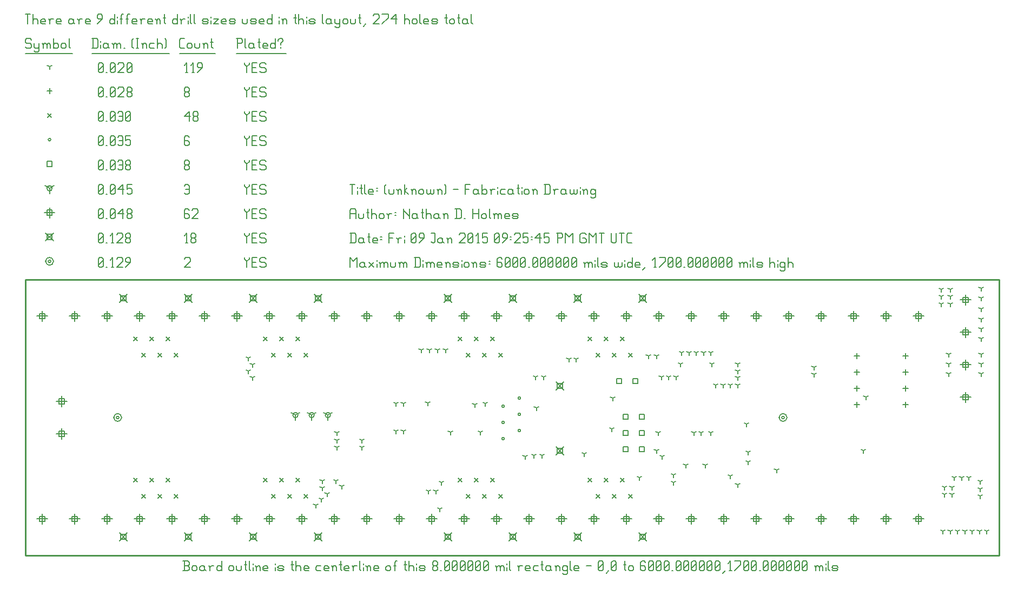
<source format=gbr>
G04 start of page 11 for group -3984 idx -3984 *
G04 Title: (unknown), fab *
G04 Creator: pcb 20140316 *
G04 CreationDate: Fri 09 Jan 2015 09:25:45 PM GMT UTC *
G04 For: ndholmes *
G04 Format: Gerber/RS-274X *
G04 PCB-Dimensions (mil): 6000.00 1700.00 *
G04 PCB-Coordinate-Origin: lower left *
%MOIN*%
%FSLAX25Y25*%
%LNFAB*%
%ADD110C,0.0100*%
%ADD109C,0.0060*%
%ADD108R,0.0080X0.0080*%
G54D108*X466200Y85000D02*G75*G03X467800Y85000I800J0D01*G01*
G75*G03X466200Y85000I-800J0D01*G01*
X464600D02*G75*G03X469400Y85000I2400J0D01*G01*
G75*G03X464600Y85000I-2400J0D01*G01*
X56200D02*G75*G03X57800Y85000I800J0D01*G01*
G75*G03X56200Y85000I-800J0D01*G01*
X54600D02*G75*G03X59400Y85000I2400J0D01*G01*
G75*G03X54600Y85000I-2400J0D01*G01*
X14200Y181250D02*G75*G03X15800Y181250I800J0D01*G01*
G75*G03X14200Y181250I-800J0D01*G01*
X12600D02*G75*G03X17400Y181250I2400J0D01*G01*
G75*G03X12600Y181250I-2400J0D01*G01*
G54D109*X135000Y183500D02*Y182750D01*
X136500Y181250D01*
X138000Y182750D01*
Y183500D02*Y182750D01*
X136500Y181250D02*Y177500D01*
X139800Y180500D02*X142050D01*
X139800Y177500D02*X142800D01*
X139800Y183500D02*Y177500D01*
Y183500D02*X142800D01*
X147600D02*X148350Y182750D01*
X145350Y183500D02*X147600D01*
X144600Y182750D02*X145350Y183500D01*
X144600Y182750D02*Y181250D01*
X145350Y180500D01*
X147600D01*
X148350Y179750D01*
Y178250D01*
X147600Y177500D02*X148350Y178250D01*
X145350Y177500D02*X147600D01*
X144600Y178250D02*X145350Y177500D01*
X98000Y182750D02*X98750Y183500D01*
X101000D01*
X101750Y182750D01*
Y181250D01*
X98000Y177500D02*X101750Y181250D01*
X98000Y177500D02*X101750D01*
X45000Y178250D02*X45750Y177500D01*
X45000Y182750D02*Y178250D01*
Y182750D02*X45750Y183500D01*
X47250D01*
X48000Y182750D01*
Y178250D01*
X47250Y177500D02*X48000Y178250D01*
X45750Y177500D02*X47250D01*
X45000Y179000D02*X48000Y182000D01*
X49800Y177500D02*X50550D01*
X53100D02*X54600D01*
X53850Y183500D02*Y177500D01*
X52350Y182000D02*X53850Y183500D01*
X56400Y182750D02*X57150Y183500D01*
X59400D01*
X60150Y182750D01*
Y181250D01*
X56400Y177500D02*X60150Y181250D01*
X56400Y177500D02*X60150D01*
X61950D02*X64950Y180500D01*
Y182750D02*Y180500D01*
X64200Y183500D02*X64950Y182750D01*
X62700Y183500D02*X64200D01*
X61950Y182750D02*X62700Y183500D01*
X61950Y182750D02*Y181250D01*
X62700Y180500D01*
X64950D01*
X98100Y160900D02*X102900Y156100D01*
X98100D02*X102900Y160900D01*
X98900Y160100D02*X102100D01*
X98900D02*Y156900D01*
X102100D01*
Y160100D02*Y156900D01*
X58100Y160900D02*X62900Y156100D01*
X58100D02*X62900Y160900D01*
X58900Y160100D02*X62100D01*
X58900D02*Y156900D01*
X62100D01*
Y160100D02*Y156900D01*
X258100Y13900D02*X262900Y9100D01*
X258100D02*X262900Y13900D01*
X258900Y13100D02*X262100D01*
X258900D02*Y9900D01*
X262100D01*
Y13100D02*Y9900D01*
X298100Y13900D02*X302900Y9100D01*
X298100D02*X302900Y13900D01*
X298900Y13100D02*X302100D01*
X298900D02*Y9900D01*
X302100D01*
Y13100D02*Y9900D01*
X58100Y13900D02*X62900Y9100D01*
X58100D02*X62900Y13900D01*
X58900Y13100D02*X62100D01*
X58900D02*Y9900D01*
X62100D01*
Y13100D02*Y9900D01*
X98100Y13900D02*X102900Y9100D01*
X98100D02*X102900Y13900D01*
X98900Y13100D02*X102100D01*
X98900D02*Y9900D01*
X102100D01*
Y13100D02*Y9900D01*
X338100Y13900D02*X342900Y9100D01*
X338100D02*X342900Y13900D01*
X338900Y13100D02*X342100D01*
X338900D02*Y9900D01*
X342100D01*
Y13100D02*Y9900D01*
X378100Y13900D02*X382900Y9100D01*
X378100D02*X382900Y13900D01*
X378900Y13100D02*X382100D01*
X378900D02*Y9900D01*
X382100D01*
Y13100D02*Y9900D01*
X138100Y13900D02*X142900Y9100D01*
X138100D02*X142900Y13900D01*
X138900Y13100D02*X142100D01*
X138900D02*Y9900D01*
X142100D01*
Y13100D02*Y9900D01*
X178100Y13900D02*X182900Y9100D01*
X178100D02*X182900Y13900D01*
X178900Y13100D02*X182100D01*
X178900D02*Y9900D01*
X182100D01*
Y13100D02*Y9900D01*
X378100Y160900D02*X382900Y156100D01*
X378100D02*X382900Y160900D01*
X378900Y160100D02*X382100D01*
X378900D02*Y156900D01*
X382100D01*
Y160100D02*Y156900D01*
X338100Y160900D02*X342900Y156100D01*
X338100D02*X342900Y160900D01*
X338900Y160100D02*X342100D01*
X338900D02*Y156900D01*
X342100D01*
Y160100D02*Y156900D01*
X298100Y160900D02*X302900Y156100D01*
X298100D02*X302900Y160900D01*
X298900Y160100D02*X302100D01*
X298900D02*Y156900D01*
X302100D01*
Y160100D02*Y156900D01*
X258100Y160900D02*X262900Y156100D01*
X258100D02*X262900Y160900D01*
X258900Y160100D02*X262100D01*
X258900D02*Y156900D01*
X262100D01*
Y160100D02*Y156900D01*
X327100Y66900D02*X331900Y62100D01*
X327100D02*X331900Y66900D01*
X327900Y66100D02*X331100D01*
X327900D02*Y62900D01*
X331100D01*
Y66100D02*Y62900D01*
X327100Y106900D02*X331900Y102100D01*
X327100D02*X331900Y106900D01*
X327900Y106100D02*X331100D01*
X327900D02*Y102900D01*
X331100D01*
Y106100D02*Y102900D01*
X178100Y160900D02*X182900Y156100D01*
X178100D02*X182900Y160900D01*
X178900Y160100D02*X182100D01*
X178900D02*Y156900D01*
X182100D01*
Y160100D02*Y156900D01*
X138100Y160900D02*X142900Y156100D01*
X138100D02*X142900Y160900D01*
X138900Y160100D02*X142100D01*
X138900D02*Y156900D01*
X142100D01*
Y160100D02*Y156900D01*
X12600Y198650D02*X17400Y193850D01*
X12600D02*X17400Y198650D01*
X13400Y197850D02*X16600D01*
X13400D02*Y194650D01*
X16600D01*
Y197850D02*Y194650D01*
X135000Y198500D02*Y197750D01*
X136500Y196250D01*
X138000Y197750D01*
Y198500D02*Y197750D01*
X136500Y196250D02*Y192500D01*
X139800Y195500D02*X142050D01*
X139800Y192500D02*X142800D01*
X139800Y198500D02*Y192500D01*
Y198500D02*X142800D01*
X147600D02*X148350Y197750D01*
X145350Y198500D02*X147600D01*
X144600Y197750D02*X145350Y198500D01*
X144600Y197750D02*Y196250D01*
X145350Y195500D01*
X147600D01*
X148350Y194750D01*
Y193250D01*
X147600Y192500D02*X148350Y193250D01*
X145350Y192500D02*X147600D01*
X144600Y193250D02*X145350Y192500D01*
X98750D02*X100250D01*
X99500Y198500D02*Y192500D01*
X98000Y197000D02*X99500Y198500D01*
X102050Y193250D02*X102800Y192500D01*
X102050Y194750D02*Y193250D01*
Y194750D02*X102800Y195500D01*
X104300D01*
X105050Y194750D01*
Y193250D01*
X104300Y192500D02*X105050Y193250D01*
X102800Y192500D02*X104300D01*
X102050Y196250D02*X102800Y195500D01*
X102050Y197750D02*Y196250D01*
Y197750D02*X102800Y198500D01*
X104300D01*
X105050Y197750D01*
Y196250D01*
X104300Y195500D02*X105050Y196250D01*
X45000Y193250D02*X45750Y192500D01*
X45000Y197750D02*Y193250D01*
Y197750D02*X45750Y198500D01*
X47250D01*
X48000Y197750D01*
Y193250D01*
X47250Y192500D02*X48000Y193250D01*
X45750Y192500D02*X47250D01*
X45000Y194000D02*X48000Y197000D01*
X49800Y192500D02*X50550D01*
X53100D02*X54600D01*
X53850Y198500D02*Y192500D01*
X52350Y197000D02*X53850Y198500D01*
X56400Y197750D02*X57150Y198500D01*
X59400D01*
X60150Y197750D01*
Y196250D01*
X56400Y192500D02*X60150Y196250D01*
X56400Y192500D02*X60150D01*
X61950Y193250D02*X62700Y192500D01*
X61950Y194750D02*Y193250D01*
Y194750D02*X62700Y195500D01*
X64200D01*
X64950Y194750D01*
Y193250D01*
X64200Y192500D02*X64950Y193250D01*
X62700Y192500D02*X64200D01*
X61950Y196250D02*X62700Y195500D01*
X61950Y197750D02*Y196250D01*
Y197750D02*X62700Y198500D01*
X64200D01*
X64950Y197750D01*
Y196250D01*
X64200Y195500D02*X64950Y196250D01*
X290500Y25700D02*Y19300D01*
X287300Y22500D02*X293700D01*
X288900Y24100D02*X292100D01*
X288900D02*Y20900D01*
X292100D01*
Y24100D02*Y20900D01*
X310500Y25700D02*Y19300D01*
X307300Y22500D02*X313700D01*
X308900Y24100D02*X312100D01*
X308900D02*Y20900D01*
X312100D01*
Y24100D02*Y20900D01*
X150500Y150700D02*Y144300D01*
X147300Y147500D02*X153700D01*
X148900Y149100D02*X152100D01*
X148900D02*Y145900D01*
X152100D01*
Y149100D02*Y145900D01*
X130500Y150700D02*Y144300D01*
X127300Y147500D02*X133700D01*
X128900Y149100D02*X132100D01*
X128900D02*Y145900D01*
X132100D01*
Y149100D02*Y145900D01*
X30500Y150700D02*Y144300D01*
X27300Y147500D02*X33700D01*
X28900Y149100D02*X32100D01*
X28900D02*Y145900D01*
X32100D01*
Y149100D02*Y145900D01*
X10500Y150700D02*Y144300D01*
X7300Y147500D02*X13700D01*
X8900Y149100D02*X12100D01*
X8900D02*Y145900D01*
X12100D01*
Y149100D02*Y145900D01*
X470500Y150700D02*Y144300D01*
X467300Y147500D02*X473700D01*
X468900Y149100D02*X472100D01*
X468900D02*Y145900D01*
X472100D01*
Y149100D02*Y145900D01*
X450500Y150700D02*Y144300D01*
X447300Y147500D02*X453700D01*
X448900Y149100D02*X452100D01*
X448900D02*Y145900D01*
X452100D01*
Y149100D02*Y145900D01*
X510500Y150700D02*Y144300D01*
X507300Y147500D02*X513700D01*
X508900Y149100D02*X512100D01*
X508900D02*Y145900D01*
X512100D01*
Y149100D02*Y145900D01*
X490500Y150700D02*Y144300D01*
X487300Y147500D02*X493700D01*
X488900Y149100D02*X492100D01*
X488900D02*Y145900D01*
X492100D01*
Y149100D02*Y145900D01*
X490500Y25700D02*Y19300D01*
X487300Y22500D02*X493700D01*
X488900Y24100D02*X492100D01*
X488900D02*Y20900D01*
X492100D01*
Y24100D02*Y20900D01*
X510500Y25700D02*Y19300D01*
X507300Y22500D02*X513700D01*
X508900Y24100D02*X512100D01*
X508900D02*Y20900D01*
X512100D01*
Y24100D02*Y20900D01*
X50500Y25700D02*Y19300D01*
X47300Y22500D02*X53700D01*
X48900Y24100D02*X52100D01*
X48900D02*Y20900D01*
X52100D01*
Y24100D02*Y20900D01*
X70500Y25700D02*Y19300D01*
X67300Y22500D02*X73700D01*
X68900Y24100D02*X72100D01*
X68900D02*Y20900D01*
X72100D01*
Y24100D02*Y20900D01*
X250500Y25700D02*Y19300D01*
X247300Y22500D02*X253700D01*
X248900Y24100D02*X252100D01*
X248900D02*Y20900D01*
X252100D01*
Y24100D02*Y20900D01*
X270500Y25700D02*Y19300D01*
X267300Y22500D02*X273700D01*
X268900Y24100D02*X272100D01*
X268900D02*Y20900D01*
X272100D01*
Y24100D02*Y20900D01*
X70500Y150700D02*Y144300D01*
X67300Y147500D02*X73700D01*
X68900Y149100D02*X72100D01*
X68900D02*Y145900D01*
X72100D01*
Y149100D02*Y145900D01*
X50500Y150700D02*Y144300D01*
X47300Y147500D02*X53700D01*
X48900Y149100D02*X52100D01*
X48900D02*Y145900D01*
X52100D01*
Y149100D02*Y145900D01*
X370500Y25700D02*Y19300D01*
X367300Y22500D02*X373700D01*
X368900Y24100D02*X372100D01*
X368900D02*Y20900D01*
X372100D01*
Y24100D02*Y20900D01*
X390500Y25700D02*Y19300D01*
X387300Y22500D02*X393700D01*
X388900Y24100D02*X392100D01*
X388900D02*Y20900D01*
X392100D01*
Y24100D02*Y20900D01*
X90500Y25700D02*Y19300D01*
X87300Y22500D02*X93700D01*
X88900Y24100D02*X92100D01*
X88900D02*Y20900D01*
X92100D01*
Y24100D02*Y20900D01*
X110500Y25700D02*Y19300D01*
X107300Y22500D02*X113700D01*
X108900Y24100D02*X112100D01*
X108900D02*Y20900D01*
X112100D01*
Y24100D02*Y20900D01*
X170500Y25700D02*Y19300D01*
X167300Y22500D02*X173700D01*
X168900Y24100D02*X172100D01*
X168900D02*Y20900D01*
X172100D01*
Y24100D02*Y20900D01*
X190500Y25700D02*Y19300D01*
X187300Y22500D02*X193700D01*
X188900Y24100D02*X192100D01*
X188900D02*Y20900D01*
X192100D01*
Y24100D02*Y20900D01*
X130500Y25700D02*Y19300D01*
X127300Y22500D02*X133700D01*
X128900Y24100D02*X132100D01*
X128900D02*Y20900D01*
X132100D01*
Y24100D02*Y20900D01*
X150500Y25700D02*Y19300D01*
X147300Y22500D02*X153700D01*
X148900Y24100D02*X152100D01*
X148900D02*Y20900D01*
X152100D01*
Y24100D02*Y20900D01*
X210500Y25700D02*Y19300D01*
X207300Y22500D02*X213700D01*
X208900Y24100D02*X212100D01*
X208900D02*Y20900D01*
X212100D01*
Y24100D02*Y20900D01*
X230500Y25700D02*Y19300D01*
X227300Y22500D02*X233700D01*
X228900Y24100D02*X232100D01*
X228900D02*Y20900D01*
X232100D01*
Y24100D02*Y20900D01*
X230500Y150700D02*Y144300D01*
X227300Y147500D02*X233700D01*
X228900Y149100D02*X232100D01*
X228900D02*Y145900D01*
X232100D01*
Y149100D02*Y145900D01*
X210500Y150700D02*Y144300D01*
X207300Y147500D02*X213700D01*
X208900Y149100D02*X212100D01*
X208900D02*Y145900D01*
X212100D01*
Y149100D02*Y145900D01*
X330500Y25700D02*Y19300D01*
X327300Y22500D02*X333700D01*
X328900Y24100D02*X332100D01*
X328900D02*Y20900D01*
X332100D01*
Y24100D02*Y20900D01*
X350500Y25700D02*Y19300D01*
X347300Y22500D02*X353700D01*
X348900Y24100D02*X352100D01*
X348900D02*Y20900D01*
X352100D01*
Y24100D02*Y20900D01*
X450500Y25700D02*Y19300D01*
X447300Y22500D02*X453700D01*
X448900Y24100D02*X452100D01*
X448900D02*Y20900D01*
X452100D01*
Y24100D02*Y20900D01*
X470500Y25700D02*Y19300D01*
X467300Y22500D02*X473700D01*
X468900Y24100D02*X472100D01*
X468900D02*Y20900D01*
X472100D01*
Y24100D02*Y20900D01*
X390500Y150700D02*Y144300D01*
X387300Y147500D02*X393700D01*
X388900Y149100D02*X392100D01*
X388900D02*Y145900D01*
X392100D01*
Y149100D02*Y145900D01*
X370500Y150700D02*Y144300D01*
X367300Y147500D02*X373700D01*
X368900Y149100D02*X372100D01*
X368900D02*Y145900D01*
X372100D01*
Y149100D02*Y145900D01*
X270500Y150700D02*Y144300D01*
X267300Y147500D02*X273700D01*
X268900Y149100D02*X272100D01*
X268900D02*Y145900D01*
X272100D01*
Y149100D02*Y145900D01*
X250500Y150700D02*Y144300D01*
X247300Y147500D02*X253700D01*
X248900Y149100D02*X252100D01*
X248900D02*Y145900D01*
X252100D01*
Y149100D02*Y145900D01*
X22500Y98200D02*Y91800D01*
X19300Y95000D02*X25700D01*
X20900Y96600D02*X24100D01*
X20900D02*Y93400D01*
X24100D01*
Y96600D02*Y93400D01*
X22500Y78200D02*Y71800D01*
X19300Y75000D02*X25700D01*
X20900Y76600D02*X24100D01*
X20900D02*Y73400D01*
X24100D01*
Y76600D02*Y73400D01*
X350500Y150700D02*Y144300D01*
X347300Y147500D02*X353700D01*
X348900Y149100D02*X352100D01*
X348900D02*Y145900D01*
X352100D01*
Y149100D02*Y145900D01*
X330500Y150700D02*Y144300D01*
X327300Y147500D02*X333700D01*
X328900Y149100D02*X332100D01*
X328900D02*Y145900D01*
X332100D01*
Y149100D02*Y145900D01*
X310500Y150700D02*Y144300D01*
X307300Y147500D02*X313700D01*
X308900Y149100D02*X312100D01*
X308900D02*Y145900D01*
X312100D01*
Y149100D02*Y145900D01*
X290500Y150700D02*Y144300D01*
X287300Y147500D02*X293700D01*
X288900Y149100D02*X292100D01*
X288900D02*Y145900D01*
X292100D01*
Y149100D02*Y145900D01*
X430500Y150700D02*Y144300D01*
X427300Y147500D02*X433700D01*
X428900Y149100D02*X432100D01*
X428900D02*Y145900D01*
X432100D01*
Y149100D02*Y145900D01*
X410500Y150700D02*Y144300D01*
X407300Y147500D02*X413700D01*
X408900Y149100D02*X412100D01*
X408900D02*Y145900D01*
X412100D01*
Y149100D02*Y145900D01*
X110500Y150700D02*Y144300D01*
X107300Y147500D02*X113700D01*
X108900Y149100D02*X112100D01*
X108900D02*Y145900D01*
X112100D01*
Y149100D02*Y145900D01*
X90500Y150700D02*Y144300D01*
X87300Y147500D02*X93700D01*
X88900Y149100D02*X92100D01*
X88900D02*Y145900D01*
X92100D01*
Y149100D02*Y145900D01*
X190500Y150700D02*Y144300D01*
X187300Y147500D02*X193700D01*
X188900Y149100D02*X192100D01*
X188900D02*Y145900D01*
X192100D01*
Y149100D02*Y145900D01*
X170500Y150700D02*Y144300D01*
X167300Y147500D02*X173700D01*
X168900Y149100D02*X172100D01*
X168900D02*Y145900D01*
X172100D01*
Y149100D02*Y145900D01*
X10500Y25700D02*Y19300D01*
X7300Y22500D02*X13700D01*
X8900Y24100D02*X12100D01*
X8900D02*Y20900D01*
X12100D01*
Y24100D02*Y20900D01*
X30500Y25700D02*Y19300D01*
X27300Y22500D02*X33700D01*
X28900Y24100D02*X32100D01*
X28900D02*Y20900D01*
X32100D01*
Y24100D02*Y20900D01*
X530500Y25700D02*Y19300D01*
X527300Y22500D02*X533700D01*
X528900Y24100D02*X532100D01*
X528900D02*Y20900D01*
X532100D01*
Y24100D02*Y20900D01*
X550500Y25700D02*Y19300D01*
X547300Y22500D02*X553700D01*
X548900Y24100D02*X552100D01*
X548900D02*Y20900D01*
X552100D01*
Y24100D02*Y20900D01*
X550500Y150700D02*Y144300D01*
X547300Y147500D02*X553700D01*
X548900Y149100D02*X552100D01*
X548900D02*Y145900D01*
X552100D01*
Y149100D02*Y145900D01*
X530500Y150700D02*Y144300D01*
X527300Y147500D02*X533700D01*
X528900Y149100D02*X532100D01*
X528900D02*Y145900D01*
X532100D01*
Y149100D02*Y145900D01*
X579500Y140700D02*Y134300D01*
X576300Y137500D02*X582700D01*
X577900Y139100D02*X581100D01*
X577900D02*Y135900D01*
X581100D01*
Y139100D02*Y135900D01*
X579500Y160700D02*Y154300D01*
X576300Y157500D02*X582700D01*
X577900Y159100D02*X581100D01*
X577900D02*Y155900D01*
X581100D01*
Y159100D02*Y155900D01*
X579500Y100700D02*Y94300D01*
X576300Y97500D02*X582700D01*
X577900Y99100D02*X581100D01*
X577900D02*Y95900D01*
X581100D01*
Y99100D02*Y95900D01*
X579500Y120700D02*Y114300D01*
X576300Y117500D02*X582700D01*
X577900Y119100D02*X581100D01*
X577900D02*Y115900D01*
X581100D01*
Y119100D02*Y115900D01*
X410500Y25700D02*Y19300D01*
X407300Y22500D02*X413700D01*
X408900Y24100D02*X412100D01*
X408900D02*Y20900D01*
X412100D01*
Y24100D02*Y20900D01*
X430500Y25700D02*Y19300D01*
X427300Y22500D02*X433700D01*
X428900Y24100D02*X432100D01*
X428900D02*Y20900D01*
X432100D01*
Y24100D02*Y20900D01*
X15000Y214450D02*Y208050D01*
X11800Y211250D02*X18200D01*
X13400Y212850D02*X16600D01*
X13400D02*Y209650D01*
X16600D01*
Y212850D02*Y209650D01*
X135000Y213500D02*Y212750D01*
X136500Y211250D01*
X138000Y212750D01*
Y213500D02*Y212750D01*
X136500Y211250D02*Y207500D01*
X139800Y210500D02*X142050D01*
X139800Y207500D02*X142800D01*
X139800Y213500D02*Y207500D01*
Y213500D02*X142800D01*
X147600D02*X148350Y212750D01*
X145350Y213500D02*X147600D01*
X144600Y212750D02*X145350Y213500D01*
X144600Y212750D02*Y211250D01*
X145350Y210500D01*
X147600D01*
X148350Y209750D01*
Y208250D01*
X147600Y207500D02*X148350Y208250D01*
X145350Y207500D02*X147600D01*
X144600Y208250D02*X145350Y207500D01*
X100250Y213500D02*X101000Y212750D01*
X98750Y213500D02*X100250D01*
X98000Y212750D02*X98750Y213500D01*
X98000Y212750D02*Y208250D01*
X98750Y207500D01*
X100250Y210500D02*X101000Y209750D01*
X98000Y210500D02*X100250D01*
X98750Y207500D02*X100250D01*
X101000Y208250D01*
Y209750D02*Y208250D01*
X102800Y212750D02*X103550Y213500D01*
X105800D01*
X106550Y212750D01*
Y211250D01*
X102800Y207500D02*X106550Y211250D01*
X102800Y207500D02*X106550D01*
X45000Y208250D02*X45750Y207500D01*
X45000Y212750D02*Y208250D01*
Y212750D02*X45750Y213500D01*
X47250D01*
X48000Y212750D01*
Y208250D01*
X47250Y207500D02*X48000Y208250D01*
X45750Y207500D02*X47250D01*
X45000Y209000D02*X48000Y212000D01*
X49800Y207500D02*X50550D01*
X52350Y208250D02*X53100Y207500D01*
X52350Y212750D02*Y208250D01*
Y212750D02*X53100Y213500D01*
X54600D01*
X55350Y212750D01*
Y208250D01*
X54600Y207500D02*X55350Y208250D01*
X53100Y207500D02*X54600D01*
X52350Y209000D02*X55350Y212000D01*
X57150Y210500D02*X60150Y213500D01*
X57150Y210500D02*X60900D01*
X60150Y213500D02*Y207500D01*
X62700Y208250D02*X63450Y207500D01*
X62700Y209750D02*Y208250D01*
Y209750D02*X63450Y210500D01*
X64950D01*
X65700Y209750D01*
Y208250D01*
X64950Y207500D02*X65700Y208250D01*
X63450Y207500D02*X64950D01*
X62700Y211250D02*X63450Y210500D01*
X62700Y212750D02*Y211250D01*
Y212750D02*X63450Y213500D01*
X64950D01*
X65700Y212750D01*
Y211250D01*
X64950Y210500D02*X65700Y211250D01*
X186500Y86500D02*Y83300D01*
Y86500D02*X189273Y88100D01*
X186500Y86500D02*X183727Y88100D01*
X184900Y86500D02*G75*G03X188100Y86500I1600J0D01*G01*
G75*G03X184900Y86500I-1600J0D01*G01*
X176500D02*Y83300D01*
Y86500D02*X179273Y88100D01*
X176500Y86500D02*X173727Y88100D01*
X174900Y86500D02*G75*G03X178100Y86500I1600J0D01*G01*
G75*G03X174900Y86500I-1600J0D01*G01*
X166500D02*Y83300D01*
Y86500D02*X169273Y88100D01*
X166500Y86500D02*X163727Y88100D01*
X164900Y86500D02*G75*G03X168100Y86500I1600J0D01*G01*
G75*G03X164900Y86500I-1600J0D01*G01*
X15000Y226250D02*Y223050D01*
Y226250D02*X17773Y227850D01*
X15000Y226250D02*X12227Y227850D01*
X13400Y226250D02*G75*G03X16600Y226250I1600J0D01*G01*
G75*G03X13400Y226250I-1600J0D01*G01*
X135000Y228500D02*Y227750D01*
X136500Y226250D01*
X138000Y227750D01*
Y228500D02*Y227750D01*
X136500Y226250D02*Y222500D01*
X139800Y225500D02*X142050D01*
X139800Y222500D02*X142800D01*
X139800Y228500D02*Y222500D01*
Y228500D02*X142800D01*
X147600D02*X148350Y227750D01*
X145350Y228500D02*X147600D01*
X144600Y227750D02*X145350Y228500D01*
X144600Y227750D02*Y226250D01*
X145350Y225500D01*
X147600D01*
X148350Y224750D01*
Y223250D01*
X147600Y222500D02*X148350Y223250D01*
X145350Y222500D02*X147600D01*
X144600Y223250D02*X145350Y222500D01*
X98000Y227750D02*X98750Y228500D01*
X100250D01*
X101000Y227750D01*
Y223250D01*
X100250Y222500D02*X101000Y223250D01*
X98750Y222500D02*X100250D01*
X98000Y223250D02*X98750Y222500D01*
Y225500D02*X101000D01*
X45000Y223250D02*X45750Y222500D01*
X45000Y227750D02*Y223250D01*
Y227750D02*X45750Y228500D01*
X47250D01*
X48000Y227750D01*
Y223250D01*
X47250Y222500D02*X48000Y223250D01*
X45750Y222500D02*X47250D01*
X45000Y224000D02*X48000Y227000D01*
X49800Y222500D02*X50550D01*
X52350Y223250D02*X53100Y222500D01*
X52350Y227750D02*Y223250D01*
Y227750D02*X53100Y228500D01*
X54600D01*
X55350Y227750D01*
Y223250D01*
X54600Y222500D02*X55350Y223250D01*
X53100Y222500D02*X54600D01*
X52350Y224000D02*X55350Y227000D01*
X57150Y225500D02*X60150Y228500D01*
X57150Y225500D02*X60900D01*
X60150Y228500D02*Y222500D01*
X62700Y228500D02*X65700D01*
X62700D02*Y225500D01*
X63450Y226250D01*
X64950D01*
X65700Y225500D01*
Y223250D01*
X64950Y222500D02*X65700Y223250D01*
X63450Y222500D02*X64950D01*
X62700Y223250D02*X63450Y222500D01*
X374400Y109100D02*X377600D01*
X374400D02*Y105900D01*
X377600D01*
Y109100D02*Y105900D01*
X364400Y109100D02*X367600D01*
X364400D02*Y105900D01*
X367600D01*
Y109100D02*Y105900D01*
X378400Y67100D02*X381600D01*
X378400D02*Y63900D01*
X381600D01*
Y67100D02*Y63900D01*
X378400Y77100D02*X381600D01*
X378400D02*Y73900D01*
X381600D01*
Y77100D02*Y73900D01*
X378400Y87100D02*X381600D01*
X378400D02*Y83900D01*
X381600D01*
Y87100D02*Y83900D01*
X368400Y67100D02*X371600D01*
X368400D02*Y63900D01*
X371600D01*
Y67100D02*Y63900D01*
X368400Y77100D02*X371600D01*
X368400D02*Y73900D01*
X371600D01*
Y77100D02*Y73900D01*
X368400Y87100D02*X371600D01*
X368400D02*Y83900D01*
X371600D01*
Y87100D02*Y83900D01*
X13400Y242850D02*X16600D01*
X13400D02*Y239650D01*
X16600D01*
Y242850D02*Y239650D01*
X135000Y243500D02*Y242750D01*
X136500Y241250D01*
X138000Y242750D01*
Y243500D02*Y242750D01*
X136500Y241250D02*Y237500D01*
X139800Y240500D02*X142050D01*
X139800Y237500D02*X142800D01*
X139800Y243500D02*Y237500D01*
Y243500D02*X142800D01*
X147600D02*X148350Y242750D01*
X145350Y243500D02*X147600D01*
X144600Y242750D02*X145350Y243500D01*
X144600Y242750D02*Y241250D01*
X145350Y240500D01*
X147600D01*
X148350Y239750D01*
Y238250D01*
X147600Y237500D02*X148350Y238250D01*
X145350Y237500D02*X147600D01*
X144600Y238250D02*X145350Y237500D01*
X98000Y238250D02*X98750Y237500D01*
X98000Y239750D02*Y238250D01*
Y239750D02*X98750Y240500D01*
X100250D01*
X101000Y239750D01*
Y238250D01*
X100250Y237500D02*X101000Y238250D01*
X98750Y237500D02*X100250D01*
X98000Y241250D02*X98750Y240500D01*
X98000Y242750D02*Y241250D01*
Y242750D02*X98750Y243500D01*
X100250D01*
X101000Y242750D01*
Y241250D01*
X100250Y240500D02*X101000Y241250D01*
X45000Y238250D02*X45750Y237500D01*
X45000Y242750D02*Y238250D01*
Y242750D02*X45750Y243500D01*
X47250D01*
X48000Y242750D01*
Y238250D01*
X47250Y237500D02*X48000Y238250D01*
X45750Y237500D02*X47250D01*
X45000Y239000D02*X48000Y242000D01*
X49800Y237500D02*X50550D01*
X52350Y238250D02*X53100Y237500D01*
X52350Y242750D02*Y238250D01*
Y242750D02*X53100Y243500D01*
X54600D01*
X55350Y242750D01*
Y238250D01*
X54600Y237500D02*X55350Y238250D01*
X53100Y237500D02*X54600D01*
X52350Y239000D02*X55350Y242000D01*
X57150Y242750D02*X57900Y243500D01*
X59400D01*
X60150Y242750D01*
Y238250D01*
X59400Y237500D02*X60150Y238250D01*
X57900Y237500D02*X59400D01*
X57150Y238250D02*X57900Y237500D01*
Y240500D02*X60150D01*
X61950Y238250D02*X62700Y237500D01*
X61950Y239750D02*Y238250D01*
Y239750D02*X62700Y240500D01*
X64200D01*
X64950Y239750D01*
Y238250D01*
X64200Y237500D02*X64950Y238250D01*
X62700Y237500D02*X64200D01*
X61950Y241250D02*X62700Y240500D01*
X61950Y242750D02*Y241250D01*
Y242750D02*X62700Y243500D01*
X64200D01*
X64950Y242750D01*
Y241250D01*
X64200Y240500D02*X64950Y241250D01*
X293700Y72000D02*G75*G03X295300Y72000I800J0D01*G01*
G75*G03X293700Y72000I-800J0D01*G01*
X303700Y77000D02*G75*G03X305300Y77000I800J0D01*G01*
G75*G03X303700Y77000I-800J0D01*G01*
X293700Y82000D02*G75*G03X295300Y82000I800J0D01*G01*
G75*G03X293700Y82000I-800J0D01*G01*
X303700Y87000D02*G75*G03X305300Y87000I800J0D01*G01*
G75*G03X303700Y87000I-800J0D01*G01*
X293700Y92000D02*G75*G03X295300Y92000I800J0D01*G01*
G75*G03X293700Y92000I-800J0D01*G01*
X303700Y97000D02*G75*G03X305300Y97000I800J0D01*G01*
G75*G03X303700Y97000I-800J0D01*G01*
X14200Y256250D02*G75*G03X15800Y256250I800J0D01*G01*
G75*G03X14200Y256250I-800J0D01*G01*
X135000Y258500D02*Y257750D01*
X136500Y256250D01*
X138000Y257750D01*
Y258500D02*Y257750D01*
X136500Y256250D02*Y252500D01*
X139800Y255500D02*X142050D01*
X139800Y252500D02*X142800D01*
X139800Y258500D02*Y252500D01*
Y258500D02*X142800D01*
X147600D02*X148350Y257750D01*
X145350Y258500D02*X147600D01*
X144600Y257750D02*X145350Y258500D01*
X144600Y257750D02*Y256250D01*
X145350Y255500D01*
X147600D01*
X148350Y254750D01*
Y253250D01*
X147600Y252500D02*X148350Y253250D01*
X145350Y252500D02*X147600D01*
X144600Y253250D02*X145350Y252500D01*
X100250Y258500D02*X101000Y257750D01*
X98750Y258500D02*X100250D01*
X98000Y257750D02*X98750Y258500D01*
X98000Y257750D02*Y253250D01*
X98750Y252500D01*
X100250Y255500D02*X101000Y254750D01*
X98000Y255500D02*X100250D01*
X98750Y252500D02*X100250D01*
X101000Y253250D01*
Y254750D02*Y253250D01*
X45000D02*X45750Y252500D01*
X45000Y257750D02*Y253250D01*
Y257750D02*X45750Y258500D01*
X47250D01*
X48000Y257750D01*
Y253250D01*
X47250Y252500D02*X48000Y253250D01*
X45750Y252500D02*X47250D01*
X45000Y254000D02*X48000Y257000D01*
X49800Y252500D02*X50550D01*
X52350Y253250D02*X53100Y252500D01*
X52350Y257750D02*Y253250D01*
Y257750D02*X53100Y258500D01*
X54600D01*
X55350Y257750D01*
Y253250D01*
X54600Y252500D02*X55350Y253250D01*
X53100Y252500D02*X54600D01*
X52350Y254000D02*X55350Y257000D01*
X57150Y257750D02*X57900Y258500D01*
X59400D01*
X60150Y257750D01*
Y253250D01*
X59400Y252500D02*X60150Y253250D01*
X57900Y252500D02*X59400D01*
X57150Y253250D02*X57900Y252500D01*
Y255500D02*X60150D01*
X61950Y258500D02*X64950D01*
X61950D02*Y255500D01*
X62700Y256250D01*
X64200D01*
X64950Y255500D01*
Y253250D01*
X64200Y252500D02*X64950Y253250D01*
X62700Y252500D02*X64200D01*
X61950Y253250D02*X62700Y252500D01*
X91800Y124700D02*X94200Y122300D01*
X91800D02*X94200Y124700D01*
X86800Y134700D02*X89200Y132300D01*
X86800D02*X89200Y134700D01*
X81800Y124700D02*X84200Y122300D01*
X81800D02*X84200Y124700D01*
X76800Y134700D02*X79200Y132300D01*
X76800D02*X79200Y134700D01*
X71800Y124700D02*X74200Y122300D01*
X71800D02*X74200Y124700D01*
X66800Y134700D02*X69200Y132300D01*
X66800D02*X69200Y134700D01*
X266800Y47700D02*X269200Y45300D01*
X266800D02*X269200Y47700D01*
X271800Y37700D02*X274200Y35300D01*
X271800D02*X274200Y37700D01*
X276800Y47700D02*X279200Y45300D01*
X276800D02*X279200Y47700D01*
X281800Y37700D02*X284200Y35300D01*
X281800D02*X284200Y37700D01*
X286800Y47700D02*X289200Y45300D01*
X286800D02*X289200Y47700D01*
X291800Y37700D02*X294200Y35300D01*
X291800D02*X294200Y37700D01*
X66800Y47700D02*X69200Y45300D01*
X66800D02*X69200Y47700D01*
X71800Y37700D02*X74200Y35300D01*
X71800D02*X74200Y37700D01*
X76800Y47700D02*X79200Y45300D01*
X76800D02*X79200Y47700D01*
X81800Y37700D02*X84200Y35300D01*
X81800D02*X84200Y37700D01*
X86800Y47700D02*X89200Y45300D01*
X86800D02*X89200Y47700D01*
X91800Y37700D02*X94200Y35300D01*
X91800D02*X94200Y37700D01*
X346800Y47700D02*X349200Y45300D01*
X346800D02*X349200Y47700D01*
X351800Y37700D02*X354200Y35300D01*
X351800D02*X354200Y37700D01*
X356800Y47700D02*X359200Y45300D01*
X356800D02*X359200Y47700D01*
X361800Y37700D02*X364200Y35300D01*
X361800D02*X364200Y37700D01*
X366800Y47700D02*X369200Y45300D01*
X366800D02*X369200Y47700D01*
X371800Y37700D02*X374200Y35300D01*
X371800D02*X374200Y37700D01*
X146800Y47700D02*X149200Y45300D01*
X146800D02*X149200Y47700D01*
X151800Y37700D02*X154200Y35300D01*
X151800D02*X154200Y37700D01*
X156800Y47700D02*X159200Y45300D01*
X156800D02*X159200Y47700D01*
X161800Y37700D02*X164200Y35300D01*
X161800D02*X164200Y37700D01*
X166800Y47700D02*X169200Y45300D01*
X166800D02*X169200Y47700D01*
X171800Y37700D02*X174200Y35300D01*
X171800D02*X174200Y37700D01*
X371800Y124700D02*X374200Y122300D01*
X371800D02*X374200Y124700D01*
X366800Y134700D02*X369200Y132300D01*
X366800D02*X369200Y134700D01*
X361800Y124700D02*X364200Y122300D01*
X361800D02*X364200Y124700D01*
X356800Y134700D02*X359200Y132300D01*
X356800D02*X359200Y134700D01*
X351800Y124700D02*X354200Y122300D01*
X351800D02*X354200Y124700D01*
X346800Y134700D02*X349200Y132300D01*
X346800D02*X349200Y134700D01*
X291800Y124700D02*X294200Y122300D01*
X291800D02*X294200Y124700D01*
X286800Y134700D02*X289200Y132300D01*
X286800D02*X289200Y134700D01*
X281800Y124700D02*X284200Y122300D01*
X281800D02*X284200Y124700D01*
X276800Y134700D02*X279200Y132300D01*
X276800D02*X279200Y134700D01*
X271800Y124700D02*X274200Y122300D01*
X271800D02*X274200Y124700D01*
X266800Y134700D02*X269200Y132300D01*
X266800D02*X269200Y134700D01*
X171800Y124700D02*X174200Y122300D01*
X171800D02*X174200Y124700D01*
X166800Y134700D02*X169200Y132300D01*
X166800D02*X169200Y134700D01*
X161800Y124700D02*X164200Y122300D01*
X161800D02*X164200Y124700D01*
X156800Y134700D02*X159200Y132300D01*
X156800D02*X159200Y134700D01*
X151800Y124700D02*X154200Y122300D01*
X151800D02*X154200Y124700D01*
X146800Y134700D02*X149200Y132300D01*
X146800D02*X149200Y134700D01*
X13800Y272450D02*X16200Y270050D01*
X13800D02*X16200Y272450D01*
X135000Y273500D02*Y272750D01*
X136500Y271250D01*
X138000Y272750D01*
Y273500D02*Y272750D01*
X136500Y271250D02*Y267500D01*
X139800Y270500D02*X142050D01*
X139800Y267500D02*X142800D01*
X139800Y273500D02*Y267500D01*
Y273500D02*X142800D01*
X147600D02*X148350Y272750D01*
X145350Y273500D02*X147600D01*
X144600Y272750D02*X145350Y273500D01*
X144600Y272750D02*Y271250D01*
X145350Y270500D01*
X147600D01*
X148350Y269750D01*
Y268250D01*
X147600Y267500D02*X148350Y268250D01*
X145350Y267500D02*X147600D01*
X144600Y268250D02*X145350Y267500D01*
X98000Y270500D02*X101000Y273500D01*
X98000Y270500D02*X101750D01*
X101000Y273500D02*Y267500D01*
X103550Y268250D02*X104300Y267500D01*
X103550Y269750D02*Y268250D01*
Y269750D02*X104300Y270500D01*
X105800D01*
X106550Y269750D01*
Y268250D01*
X105800Y267500D02*X106550Y268250D01*
X104300Y267500D02*X105800D01*
X103550Y271250D02*X104300Y270500D01*
X103550Y272750D02*Y271250D01*
Y272750D02*X104300Y273500D01*
X105800D01*
X106550Y272750D01*
Y271250D01*
X105800Y270500D02*X106550Y271250D01*
X45000Y268250D02*X45750Y267500D01*
X45000Y272750D02*Y268250D01*
Y272750D02*X45750Y273500D01*
X47250D01*
X48000Y272750D01*
Y268250D01*
X47250Y267500D02*X48000Y268250D01*
X45750Y267500D02*X47250D01*
X45000Y269000D02*X48000Y272000D01*
X49800Y267500D02*X50550D01*
X52350Y268250D02*X53100Y267500D01*
X52350Y272750D02*Y268250D01*
Y272750D02*X53100Y273500D01*
X54600D01*
X55350Y272750D01*
Y268250D01*
X54600Y267500D02*X55350Y268250D01*
X53100Y267500D02*X54600D01*
X52350Y269000D02*X55350Y272000D01*
X57150Y272750D02*X57900Y273500D01*
X59400D01*
X60150Y272750D01*
Y268250D01*
X59400Y267500D02*X60150Y268250D01*
X57900Y267500D02*X59400D01*
X57150Y268250D02*X57900Y267500D01*
Y270500D02*X60150D01*
X61950Y268250D02*X62700Y267500D01*
X61950Y272750D02*Y268250D01*
Y272750D02*X62700Y273500D01*
X64200D01*
X64950Y272750D01*
Y268250D01*
X64200Y267500D02*X64950Y268250D01*
X62700Y267500D02*X64200D01*
X61950Y269000D02*X64950Y272000D01*
X512500Y124600D02*Y121400D01*
X510900Y123000D02*X514100D01*
X512500Y114600D02*Y111400D01*
X510900Y113000D02*X514100D01*
X512500Y104600D02*Y101400D01*
X510900Y103000D02*X514100D01*
X512500Y94600D02*Y91400D01*
X510900Y93000D02*X514100D01*
X542500Y94600D02*Y91400D01*
X540900Y93000D02*X544100D01*
X542500Y104600D02*Y101400D01*
X540900Y103000D02*X544100D01*
X542500Y114600D02*Y111400D01*
X540900Y113000D02*X544100D01*
X542500Y124600D02*Y121400D01*
X540900Y123000D02*X544100D01*
X15000Y287850D02*Y284650D01*
X13400Y286250D02*X16600D01*
X135000Y288500D02*Y287750D01*
X136500Y286250D01*
X138000Y287750D01*
Y288500D02*Y287750D01*
X136500Y286250D02*Y282500D01*
X139800Y285500D02*X142050D01*
X139800Y282500D02*X142800D01*
X139800Y288500D02*Y282500D01*
Y288500D02*X142800D01*
X147600D02*X148350Y287750D01*
X145350Y288500D02*X147600D01*
X144600Y287750D02*X145350Y288500D01*
X144600Y287750D02*Y286250D01*
X145350Y285500D01*
X147600D01*
X148350Y284750D01*
Y283250D01*
X147600Y282500D02*X148350Y283250D01*
X145350Y282500D02*X147600D01*
X144600Y283250D02*X145350Y282500D01*
X98000Y283250D02*X98750Y282500D01*
X98000Y284750D02*Y283250D01*
Y284750D02*X98750Y285500D01*
X100250D01*
X101000Y284750D01*
Y283250D01*
X100250Y282500D02*X101000Y283250D01*
X98750Y282500D02*X100250D01*
X98000Y286250D02*X98750Y285500D01*
X98000Y287750D02*Y286250D01*
Y287750D02*X98750Y288500D01*
X100250D01*
X101000Y287750D01*
Y286250D01*
X100250Y285500D02*X101000Y286250D01*
X45000Y283250D02*X45750Y282500D01*
X45000Y287750D02*Y283250D01*
Y287750D02*X45750Y288500D01*
X47250D01*
X48000Y287750D01*
Y283250D01*
X47250Y282500D02*X48000Y283250D01*
X45750Y282500D02*X47250D01*
X45000Y284000D02*X48000Y287000D01*
X49800Y282500D02*X50550D01*
X52350Y283250D02*X53100Y282500D01*
X52350Y287750D02*Y283250D01*
Y287750D02*X53100Y288500D01*
X54600D01*
X55350Y287750D01*
Y283250D01*
X54600Y282500D02*X55350Y283250D01*
X53100Y282500D02*X54600D01*
X52350Y284000D02*X55350Y287000D01*
X57150Y287750D02*X57900Y288500D01*
X60150D01*
X60900Y287750D01*
Y286250D01*
X57150Y282500D02*X60900Y286250D01*
X57150Y282500D02*X60900D01*
X62700Y283250D02*X63450Y282500D01*
X62700Y284750D02*Y283250D01*
Y284750D02*X63450Y285500D01*
X64950D01*
X65700Y284750D01*
Y283250D01*
X64950Y282500D02*X65700Y283250D01*
X63450Y282500D02*X64950D01*
X62700Y286250D02*X63450Y285500D01*
X62700Y287750D02*Y286250D01*
Y287750D02*X63450Y288500D01*
X64950D01*
X65700Y287750D01*
Y286250D01*
X64950Y285500D02*X65700Y286250D01*
X423106Y118000D02*Y116400D01*
Y118000D02*X424493Y118800D01*
X423106Y118000D02*X421719Y118800D01*
X403894Y118000D02*Y116400D01*
Y118000D02*X405281Y118800D01*
X403894Y118000D02*X402507Y118800D01*
X255500Y28500D02*Y26900D01*
Y28500D02*X256887Y29300D01*
X255500Y28500D02*X254113Y29300D01*
X248000Y94000D02*Y92400D01*
Y94000D02*X249387Y94800D01*
X248000Y94000D02*X246613Y94800D01*
X262000Y76000D02*Y74400D01*
Y76000D02*X263387Y76800D01*
X262000Y76000D02*X260613Y76800D01*
X192000Y66500D02*Y64900D01*
Y66500D02*X193387Y67300D01*
X192000Y66500D02*X190613Y67300D01*
X207500Y66500D02*Y64900D01*
Y66500D02*X208887Y67300D01*
X207500Y66500D02*X206113Y67300D01*
X192000Y71000D02*Y69400D01*
Y71000D02*X193387Y71800D01*
X192000Y71000D02*X190613Y71800D01*
X192000Y75500D02*Y73900D01*
Y75500D02*X193387Y76300D01*
X192000Y75500D02*X190613Y76300D01*
X207500Y71000D02*Y69400D01*
Y71000D02*X208887Y71800D01*
X207500Y71000D02*X206113Y71800D01*
X228500Y76500D02*Y74900D01*
Y76500D02*X229887Y77300D01*
X228500Y76500D02*X227113Y77300D01*
X233000Y76500D02*Y74900D01*
Y76500D02*X234387Y77300D01*
X233000Y76500D02*X231613Y77300D01*
X186000Y38000D02*Y36400D01*
Y38000D02*X187387Y38800D01*
X186000Y38000D02*X184613Y38800D01*
X179000Y31000D02*Y29400D01*
Y31000D02*X180387Y31800D01*
X179000Y31000D02*X177613Y31800D01*
X182500Y34500D02*Y32900D01*
Y34500D02*X183887Y35300D01*
X182500Y34500D02*X181113Y35300D01*
X183000Y41500D02*Y39900D01*
Y41500D02*X184387Y42300D01*
X183000Y41500D02*X181613Y42300D01*
X183000Y46000D02*Y44400D01*
Y46000D02*X184387Y46800D01*
X183000Y46000D02*X181613Y46800D01*
X195000Y42500D02*Y40900D01*
Y42500D02*X196387Y43300D01*
X195000Y42500D02*X193613Y43300D01*
X191500Y46000D02*Y44400D01*
Y46000D02*X192887Y46800D01*
X191500Y46000D02*X190113Y46800D01*
X228500Y93500D02*Y91900D01*
Y93500D02*X229887Y94300D01*
X228500Y93500D02*X227113Y94300D01*
X233000Y93500D02*Y91900D01*
Y93500D02*X234387Y94300D01*
X233000Y93500D02*X231613Y94300D01*
X137500Y121500D02*Y119900D01*
Y121500D02*X138887Y122300D01*
X137500Y121500D02*X136113Y122300D01*
X140000Y117500D02*Y115900D01*
Y117500D02*X141387Y118300D01*
X140000Y117500D02*X138613Y118300D01*
X137500Y113500D02*Y111900D01*
Y113500D02*X138887Y114300D01*
X137500Y113500D02*X136113Y114300D01*
X140000Y109500D02*Y107900D01*
Y109500D02*X141387Y110300D01*
X140000Y109500D02*X138613Y110300D01*
X244000Y126500D02*Y124900D01*
Y126500D02*X245387Y127300D01*
X244000Y126500D02*X242613Y127300D01*
X249000Y126500D02*Y124900D01*
Y126500D02*X250387Y127300D01*
X249000Y126500D02*X247613Y127300D01*
X254000Y126500D02*Y124900D01*
Y126500D02*X255387Y127300D01*
X254000Y126500D02*X252613Y127300D01*
X259000Y126500D02*Y124900D01*
Y126500D02*X260387Y127300D01*
X259000Y126500D02*X257613Y127300D01*
X256500Y45000D02*Y43400D01*
Y45000D02*X257887Y45800D01*
X256500Y45000D02*X255113Y45800D01*
X339500Y121000D02*Y119400D01*
Y121000D02*X340887Y121800D01*
X339500Y121000D02*X338113Y121800D01*
X335000Y121000D02*Y119400D01*
Y121000D02*X336387Y121800D01*
X335000Y121000D02*X333613Y121800D01*
X248500Y39500D02*Y37900D01*
Y39500D02*X249887Y40300D01*
X248500Y39500D02*X247113Y40300D01*
X277000Y93000D02*Y91400D01*
Y93000D02*X278387Y93800D01*
X277000Y93000D02*X275613Y93800D01*
X253000Y39500D02*Y37900D01*
Y39500D02*X254387Y40300D01*
X253000Y39500D02*X251613Y40300D01*
X280500Y76000D02*Y74400D01*
Y76000D02*X281887Y76800D01*
X280500Y76000D02*X279113Y76800D01*
X318500Y61500D02*Y59900D01*
Y61500D02*X319887Y62300D01*
X318500Y61500D02*X317113Y62300D01*
X313500Y61500D02*Y59900D01*
Y61500D02*X314887Y62300D01*
X313500Y61500D02*X312113Y62300D01*
X314500Y110000D02*Y108400D01*
Y110000D02*X315887Y110800D01*
X314500Y110000D02*X313113Y110800D01*
X319500Y110000D02*Y108400D01*
Y110000D02*X320887Y110800D01*
X319500Y110000D02*X318113Y110800D01*
X283500Y93500D02*Y91900D01*
Y93500D02*X284887Y94300D01*
X283500Y93500D02*X282113Y94300D01*
X588500Y45500D02*Y43900D01*
Y45500D02*X589887Y46300D01*
X588500Y45500D02*X587113Y46300D01*
X588500Y41000D02*Y39400D01*
Y41000D02*X589887Y41800D01*
X588500Y41000D02*X587113Y41800D01*
X581500Y48000D02*Y46400D01*
Y48000D02*X582887Y48800D01*
X581500Y48000D02*X580113Y48800D01*
X577000Y48000D02*Y46400D01*
Y48000D02*X578387Y48800D01*
X577000Y48000D02*X575613Y48800D01*
X572500Y48000D02*Y46400D01*
Y48000D02*X573887Y48800D01*
X572500Y48000D02*X571113Y48800D01*
X588500Y36500D02*Y34900D01*
Y36500D02*X589887Y37300D01*
X588500Y36500D02*X587113Y37300D01*
X571000Y42000D02*Y40400D01*
Y42000D02*X572387Y42800D01*
X571000Y42000D02*X569613Y42800D01*
X571000Y37500D02*Y35900D01*
Y37500D02*X572387Y38300D01*
X571000Y37500D02*X569613Y38300D01*
X566500Y42000D02*Y40400D01*
Y42000D02*X567887Y42800D01*
X566500Y42000D02*X565113Y42800D01*
X566500Y37500D02*Y35900D01*
Y37500D02*X567887Y38300D01*
X566500Y37500D02*X565113Y38300D01*
X565500Y15000D02*Y13400D01*
Y15000D02*X566887Y15800D01*
X565500Y15000D02*X564113Y15800D01*
X570000Y15000D02*Y13400D01*
Y15000D02*X571387Y15800D01*
X570000Y15000D02*X568613Y15800D01*
X574500Y15000D02*Y13400D01*
Y15000D02*X575887Y15800D01*
X574500Y15000D02*X573113Y15800D01*
X579000Y15000D02*Y13400D01*
Y15000D02*X580387Y15800D01*
X579000Y15000D02*X577613Y15800D01*
X583500Y15000D02*Y13400D01*
Y15000D02*X584887Y15800D01*
X583500Y15000D02*X582113Y15800D01*
X588000Y15000D02*Y13400D01*
Y15000D02*X589387Y15800D01*
X588000Y15000D02*X586613Y15800D01*
X592500Y15000D02*Y13400D01*
Y15000D02*X593887Y15800D01*
X592500Y15000D02*X591113Y15800D01*
X570000Y164000D02*Y162400D01*
Y164000D02*X571387Y164800D01*
X570000Y164000D02*X568613Y164800D01*
X589000Y145500D02*Y143900D01*
Y145500D02*X590387Y146300D01*
X589000Y145500D02*X587613Y146300D01*
X589000Y152000D02*Y150400D01*
Y152000D02*X590387Y152800D01*
X589000Y152000D02*X587613Y152800D01*
X589000Y133500D02*Y131900D01*
Y133500D02*X590387Y134300D01*
X589000Y133500D02*X587613Y134300D01*
X589000Y124000D02*Y122400D01*
Y124000D02*X590387Y124800D01*
X589000Y124000D02*X587613Y124800D01*
X570000Y159500D02*Y157900D01*
Y159500D02*X571387Y160300D01*
X570000Y159500D02*X568613Y160300D01*
X570000Y155000D02*Y153400D01*
Y155000D02*X571387Y155800D01*
X570000Y155000D02*X568613Y155800D01*
X564500Y164000D02*Y162400D01*
Y164000D02*X565887Y164800D01*
X564500Y164000D02*X563113Y164800D01*
X564500Y159500D02*Y157900D01*
Y159500D02*X565887Y160300D01*
X564500Y159500D02*X563113Y160300D01*
X564500Y155000D02*Y153400D01*
Y155000D02*X565887Y155800D01*
X564500Y155000D02*X563113Y155800D01*
X384000Y123000D02*Y121400D01*
Y123000D02*X385387Y123800D01*
X384000Y123000D02*X382613Y123800D01*
X389000Y123000D02*Y121400D01*
Y123000D02*X390387Y123800D01*
X389000Y123000D02*X387613Y123800D01*
X378500Y48000D02*Y46400D01*
Y48000D02*X379887Y48800D01*
X378500Y48000D02*X377113Y48800D01*
X422500Y75500D02*Y73900D01*
Y75500D02*X423887Y76300D01*
X422500Y75500D02*X421113Y76300D01*
X445500Y57500D02*Y55900D01*
Y57500D02*X446887Y58300D01*
X445500Y57500D02*X444113Y58300D01*
X344500Y62500D02*Y60900D01*
Y62500D02*X345887Y63300D01*
X344500Y62500D02*X343113Y63300D01*
X392500Y61000D02*Y59400D01*
Y61000D02*X393887Y61800D01*
X392500Y61000D02*X391113Y61800D01*
X389000Y64500D02*Y62900D01*
Y64500D02*X390387Y65300D01*
X389000Y64500D02*X387613Y65300D01*
X315000Y91000D02*Y89400D01*
Y91000D02*X316387Y91800D01*
X315000Y91000D02*X313613Y91800D01*
X362000Y97000D02*Y95400D01*
Y97000D02*X363387Y97800D01*
X362000Y97000D02*X360613Y97800D01*
X390000Y75500D02*Y73900D01*
Y75500D02*X391387Y76300D01*
X390000Y75500D02*X388613Y76300D01*
X407000Y55500D02*Y53900D01*
Y55500D02*X408387Y56300D01*
X407000Y55500D02*X405613Y56300D01*
X399500Y49500D02*Y47900D01*
Y49500D02*X400887Y50300D01*
X399500Y49500D02*X398113Y50300D01*
X399500Y45000D02*Y43400D01*
Y45000D02*X400887Y45800D01*
X399500Y45000D02*X398113Y45800D01*
X416500Y75500D02*Y73900D01*
Y75500D02*X417887Y76300D01*
X416500Y75500D02*X415113Y76300D01*
X412000Y75500D02*Y73900D01*
Y75500D02*X413387Y76300D01*
X412000Y75500D02*X410613Y76300D01*
X419000Y55500D02*Y53900D01*
Y55500D02*X420387Y56300D01*
X419000Y55500D02*X417613Y56300D01*
X439000Y43500D02*Y41900D01*
Y43500D02*X440387Y44300D01*
X439000Y43500D02*X437613Y44300D01*
X445500Y63500D02*Y61900D01*
Y63500D02*X446887Y64300D01*
X445500Y63500D02*X444113Y64300D01*
X516500Y64500D02*Y62900D01*
Y64500D02*X517887Y65300D01*
X516500Y64500D02*X515113Y65300D01*
X518000Y97500D02*Y95900D01*
Y97500D02*X519387Y98300D01*
X518000Y97500D02*X516613Y98300D01*
X463000Y52500D02*Y50900D01*
Y52500D02*X464387Y53300D01*
X463000Y52500D02*X461613Y53300D01*
X444500Y81000D02*Y79400D01*
Y81000D02*X445887Y81800D01*
X444500Y81000D02*X443113Y81800D01*
X486000Y116000D02*Y114400D01*
Y116000D02*X487387Y116800D01*
X486000Y116000D02*X484613Y116800D01*
X486000Y111500D02*Y109900D01*
Y111500D02*X487387Y112300D01*
X486000Y111500D02*X484613Y112300D01*
X434500Y49000D02*Y47400D01*
Y49000D02*X435887Y49800D01*
X434500Y49000D02*X433113Y49800D01*
X434500Y105000D02*Y103400D01*
Y105000D02*X435887Y105800D01*
X434500Y105000D02*X433113Y105800D01*
X425500Y105000D02*Y103400D01*
Y105000D02*X426887Y105800D01*
X425500Y105000D02*X424113Y105800D01*
X430000Y105000D02*Y103400D01*
Y105000D02*X431387Y105800D01*
X430000Y105000D02*X428613Y105800D01*
X439000Y105000D02*Y103400D01*
Y105000D02*X440387Y105800D01*
X439000Y105000D02*X437613Y105800D01*
X439000Y109500D02*Y107900D01*
Y109500D02*X440387Y110300D01*
X439000Y109500D02*X437613Y110300D01*
X439000Y118000D02*Y116400D01*
Y118000D02*X440387Y118800D01*
X439000Y118000D02*X437613Y118800D01*
X439000Y113500D02*Y111900D01*
Y113500D02*X440387Y114300D01*
X439000Y113500D02*X437613Y114300D01*
X401000Y110000D02*Y108400D01*
Y110000D02*X402387Y110800D01*
X401000Y110000D02*X399613Y110800D01*
X396500Y110000D02*Y108400D01*
Y110000D02*X397887Y110800D01*
X396500Y110000D02*X395113Y110800D01*
X392000Y110000D02*Y108400D01*
Y110000D02*X393387Y110800D01*
X392000Y110000D02*X390613Y110800D01*
X422500Y125000D02*Y123400D01*
Y125000D02*X423887Y125800D01*
X422500Y125000D02*X421113Y125800D01*
X418000Y125000D02*Y123400D01*
Y125000D02*X419387Y125800D01*
X418000Y125000D02*X416613Y125800D01*
X413500Y125000D02*Y123400D01*
Y125000D02*X414887Y125800D01*
X413500Y125000D02*X412113Y125800D01*
X409000Y125000D02*Y123400D01*
Y125000D02*X410387Y125800D01*
X409000Y125000D02*X407613Y125800D01*
X404500Y125000D02*Y123400D01*
Y125000D02*X405887Y125800D01*
X404500Y125000D02*X403113Y125800D01*
X308000Y61000D02*Y59400D01*
Y61000D02*X309387Y61800D01*
X308000Y61000D02*X306613Y61800D01*
X361500Y78000D02*Y76400D01*
Y78000D02*X362887Y78800D01*
X361500Y78000D02*X360113Y78800D01*
X589000Y118000D02*Y116400D01*
Y118000D02*X590387Y118800D01*
X589000Y118000D02*X587613Y118800D01*
X589000Y112000D02*Y110400D01*
Y112000D02*X590387Y112800D01*
X589000Y112000D02*X587613Y112800D01*
X569000Y124000D02*Y122400D01*
Y124000D02*X570387Y124800D01*
X569000Y124000D02*X567613Y124800D01*
X569000Y118000D02*Y116400D01*
Y118000D02*X570387Y118800D01*
X569000Y118000D02*X567613Y118800D01*
X569000Y112000D02*Y110400D01*
Y112000D02*X570387Y112800D01*
X569000Y112000D02*X567613Y112800D01*
X589000Y139500D02*Y137900D01*
Y139500D02*X590387Y140300D01*
X589000Y139500D02*X587613Y140300D01*
X589000Y158500D02*Y156900D01*
Y158500D02*X590387Y159300D01*
X589000Y158500D02*X587613Y159300D01*
X589000Y164500D02*Y162900D01*
Y164500D02*X590387Y165300D01*
X589000Y164500D02*X587613Y165300D01*
X15000Y301250D02*Y299650D01*
Y301250D02*X16387Y302050D01*
X15000Y301250D02*X13613Y302050D01*
X135000Y303500D02*Y302750D01*
X136500Y301250D01*
X138000Y302750D01*
Y303500D02*Y302750D01*
X136500Y301250D02*Y297500D01*
X139800Y300500D02*X142050D01*
X139800Y297500D02*X142800D01*
X139800Y303500D02*Y297500D01*
Y303500D02*X142800D01*
X147600D02*X148350Y302750D01*
X145350Y303500D02*X147600D01*
X144600Y302750D02*X145350Y303500D01*
X144600Y302750D02*Y301250D01*
X145350Y300500D01*
X147600D01*
X148350Y299750D01*
Y298250D01*
X147600Y297500D02*X148350Y298250D01*
X145350Y297500D02*X147600D01*
X144600Y298250D02*X145350Y297500D01*
X98750D02*X100250D01*
X99500Y303500D02*Y297500D01*
X98000Y302000D02*X99500Y303500D01*
X102800Y297500D02*X104300D01*
X103550Y303500D02*Y297500D01*
X102050Y302000D02*X103550Y303500D01*
X106100Y297500D02*X109100Y300500D01*
Y302750D02*Y300500D01*
X108350Y303500D02*X109100Y302750D01*
X106850Y303500D02*X108350D01*
X106100Y302750D02*X106850Y303500D01*
X106100Y302750D02*Y301250D01*
X106850Y300500D01*
X109100D01*
X45000Y298250D02*X45750Y297500D01*
X45000Y302750D02*Y298250D01*
Y302750D02*X45750Y303500D01*
X47250D01*
X48000Y302750D01*
Y298250D01*
X47250Y297500D02*X48000Y298250D01*
X45750Y297500D02*X47250D01*
X45000Y299000D02*X48000Y302000D01*
X49800Y297500D02*X50550D01*
X52350Y298250D02*X53100Y297500D01*
X52350Y302750D02*Y298250D01*
Y302750D02*X53100Y303500D01*
X54600D01*
X55350Y302750D01*
Y298250D01*
X54600Y297500D02*X55350Y298250D01*
X53100Y297500D02*X54600D01*
X52350Y299000D02*X55350Y302000D01*
X57150Y302750D02*X57900Y303500D01*
X60150D01*
X60900Y302750D01*
Y301250D01*
X57150Y297500D02*X60900Y301250D01*
X57150Y297500D02*X60900D01*
X62700Y298250D02*X63450Y297500D01*
X62700Y302750D02*Y298250D01*
Y302750D02*X63450Y303500D01*
X64950D01*
X65700Y302750D01*
Y298250D01*
X64950Y297500D02*X65700Y298250D01*
X63450Y297500D02*X64950D01*
X62700Y299000D02*X65700Y302000D01*
X3000Y318500D02*X3750Y317750D01*
X750Y318500D02*X3000D01*
X0Y317750D02*X750Y318500D01*
X0Y317750D02*Y316250D01*
X750Y315500D01*
X3000D01*
X3750Y314750D01*
Y313250D01*
X3000Y312500D02*X3750Y313250D01*
X750Y312500D02*X3000D01*
X0Y313250D02*X750Y312500D01*
X5550Y315500D02*Y313250D01*
X6300Y312500D01*
X8550Y315500D02*Y311000D01*
X7800Y310250D02*X8550Y311000D01*
X6300Y310250D02*X7800D01*
X5550Y311000D02*X6300Y310250D01*
Y312500D02*X7800D01*
X8550Y313250D01*
X11100Y314750D02*Y312500D01*
Y314750D02*X11850Y315500D01*
X12600D01*
X13350Y314750D01*
Y312500D01*
Y314750D02*X14100Y315500D01*
X14850D01*
X15600Y314750D01*
Y312500D01*
X10350Y315500D02*X11100Y314750D01*
X17400Y318500D02*Y312500D01*
Y313250D02*X18150Y312500D01*
X19650D01*
X20400Y313250D01*
Y314750D02*Y313250D01*
X19650Y315500D02*X20400Y314750D01*
X18150Y315500D02*X19650D01*
X17400Y314750D02*X18150Y315500D01*
X22200Y314750D02*Y313250D01*
Y314750D02*X22950Y315500D01*
X24450D01*
X25200Y314750D01*
Y313250D01*
X24450Y312500D02*X25200Y313250D01*
X22950Y312500D02*X24450D01*
X22200Y313250D02*X22950Y312500D01*
X27000Y318500D02*Y313250D01*
X27750Y312500D01*
X0Y309250D02*X29250D01*
X41750Y318500D02*Y312500D01*
X44000Y318500D02*X44750Y317750D01*
Y313250D01*
X44000Y312500D02*X44750Y313250D01*
X41000Y312500D02*X44000D01*
X41000Y318500D02*X44000D01*
X46550Y317000D02*Y316250D01*
Y314750D02*Y312500D01*
X50300Y315500D02*X51050Y314750D01*
X48800Y315500D02*X50300D01*
X48050Y314750D02*X48800Y315500D01*
X48050Y314750D02*Y313250D01*
X48800Y312500D01*
X51050Y315500D02*Y313250D01*
X51800Y312500D01*
X48800D02*X50300D01*
X51050Y313250D01*
X54350Y314750D02*Y312500D01*
Y314750D02*X55100Y315500D01*
X55850D01*
X56600Y314750D01*
Y312500D01*
Y314750D02*X57350Y315500D01*
X58100D01*
X58850Y314750D01*
Y312500D01*
X53600Y315500D02*X54350Y314750D01*
X60650Y312500D02*X61400D01*
X65900Y313250D02*X66650Y312500D01*
X65900Y317750D02*X66650Y318500D01*
X65900Y317750D02*Y313250D01*
X68450Y318500D02*X69950D01*
X69200D02*Y312500D01*
X68450D02*X69950D01*
X72500Y314750D02*Y312500D01*
Y314750D02*X73250Y315500D01*
X74000D01*
X74750Y314750D01*
Y312500D01*
X71750Y315500D02*X72500Y314750D01*
X77300Y315500D02*X79550D01*
X76550Y314750D02*X77300Y315500D01*
X76550Y314750D02*Y313250D01*
X77300Y312500D01*
X79550D01*
X81350Y318500D02*Y312500D01*
Y314750D02*X82100Y315500D01*
X83600D01*
X84350Y314750D01*
Y312500D01*
X86150Y318500D02*X86900Y317750D01*
Y313250D01*
X86150Y312500D02*X86900Y313250D01*
X41000Y309250D02*X88700D01*
X95750Y312500D02*X98000D01*
X95000Y313250D02*X95750Y312500D01*
X95000Y317750D02*Y313250D01*
Y317750D02*X95750Y318500D01*
X98000D01*
X99800Y314750D02*Y313250D01*
Y314750D02*X100550Y315500D01*
X102050D01*
X102800Y314750D01*
Y313250D01*
X102050Y312500D02*X102800Y313250D01*
X100550Y312500D02*X102050D01*
X99800Y313250D02*X100550Y312500D01*
X104600Y315500D02*Y313250D01*
X105350Y312500D01*
X106850D01*
X107600Y313250D01*
Y315500D02*Y313250D01*
X110150Y314750D02*Y312500D01*
Y314750D02*X110900Y315500D01*
X111650D01*
X112400Y314750D01*
Y312500D01*
X109400Y315500D02*X110150Y314750D01*
X114950Y318500D02*Y313250D01*
X115700Y312500D01*
X114200Y316250D02*X115700D01*
X95000Y309250D02*X117200D01*
X130750Y318500D02*Y312500D01*
X130000Y318500D02*X133000D01*
X133750Y317750D01*
Y316250D01*
X133000Y315500D02*X133750Y316250D01*
X130750Y315500D02*X133000D01*
X135550Y318500D02*Y313250D01*
X136300Y312500D01*
X140050Y315500D02*X140800Y314750D01*
X138550Y315500D02*X140050D01*
X137800Y314750D02*X138550Y315500D01*
X137800Y314750D02*Y313250D01*
X138550Y312500D01*
X140800Y315500D02*Y313250D01*
X141550Y312500D01*
X138550D02*X140050D01*
X140800Y313250D01*
X144100Y318500D02*Y313250D01*
X144850Y312500D01*
X143350Y316250D02*X144850D01*
X147100Y312500D02*X149350D01*
X146350Y313250D02*X147100Y312500D01*
X146350Y314750D02*Y313250D01*
Y314750D02*X147100Y315500D01*
X148600D01*
X149350Y314750D01*
X146350Y314000D02*X149350D01*
Y314750D02*Y314000D01*
X154150Y318500D02*Y312500D01*
X153400D02*X154150Y313250D01*
X151900Y312500D02*X153400D01*
X151150Y313250D02*X151900Y312500D01*
X151150Y314750D02*Y313250D01*
Y314750D02*X151900Y315500D01*
X153400D01*
X154150Y314750D01*
X157450Y315500D02*Y314750D01*
Y313250D02*Y312500D01*
X155950Y317750D02*Y317000D01*
Y317750D02*X156700Y318500D01*
X158200D01*
X158950Y317750D01*
Y317000D01*
X157450Y315500D02*X158950Y317000D01*
X130000Y309250D02*X160750D01*
X0Y333500D02*X3000D01*
X1500D02*Y327500D01*
X4800Y333500D02*Y327500D01*
Y329750D02*X5550Y330500D01*
X7050D01*
X7800Y329750D01*
Y327500D01*
X10350D02*X12600D01*
X9600Y328250D02*X10350Y327500D01*
X9600Y329750D02*Y328250D01*
Y329750D02*X10350Y330500D01*
X11850D01*
X12600Y329750D01*
X9600Y329000D02*X12600D01*
Y329750D02*Y329000D01*
X15150Y329750D02*Y327500D01*
Y329750D02*X15900Y330500D01*
X17400D01*
X14400D02*X15150Y329750D01*
X19950Y327500D02*X22200D01*
X19200Y328250D02*X19950Y327500D01*
X19200Y329750D02*Y328250D01*
Y329750D02*X19950Y330500D01*
X21450D01*
X22200Y329750D01*
X19200Y329000D02*X22200D01*
Y329750D02*Y329000D01*
X28950Y330500D02*X29700Y329750D01*
X27450Y330500D02*X28950D01*
X26700Y329750D02*X27450Y330500D01*
X26700Y329750D02*Y328250D01*
X27450Y327500D01*
X29700Y330500D02*Y328250D01*
X30450Y327500D01*
X27450D02*X28950D01*
X29700Y328250D01*
X33000Y329750D02*Y327500D01*
Y329750D02*X33750Y330500D01*
X35250D01*
X32250D02*X33000Y329750D01*
X37800Y327500D02*X40050D01*
X37050Y328250D02*X37800Y327500D01*
X37050Y329750D02*Y328250D01*
Y329750D02*X37800Y330500D01*
X39300D01*
X40050Y329750D01*
X37050Y329000D02*X40050D01*
Y329750D02*Y329000D01*
X44550Y327500D02*X47550Y330500D01*
Y332750D02*Y330500D01*
X46800Y333500D02*X47550Y332750D01*
X45300Y333500D02*X46800D01*
X44550Y332750D02*X45300Y333500D01*
X44550Y332750D02*Y331250D01*
X45300Y330500D01*
X47550D01*
X55050Y333500D02*Y327500D01*
X54300D02*X55050Y328250D01*
X52800Y327500D02*X54300D01*
X52050Y328250D02*X52800Y327500D01*
X52050Y329750D02*Y328250D01*
Y329750D02*X52800Y330500D01*
X54300D01*
X55050Y329750D01*
X56850Y332000D02*Y331250D01*
Y329750D02*Y327500D01*
X59100Y332750D02*Y327500D01*
Y332750D02*X59850Y333500D01*
X60600D01*
X58350Y330500D02*X59850D01*
X62850Y332750D02*Y327500D01*
Y332750D02*X63600Y333500D01*
X64350D01*
X62100Y330500D02*X63600D01*
X66600Y327500D02*X68850D01*
X65850Y328250D02*X66600Y327500D01*
X65850Y329750D02*Y328250D01*
Y329750D02*X66600Y330500D01*
X68100D01*
X68850Y329750D01*
X65850Y329000D02*X68850D01*
Y329750D02*Y329000D01*
X71400Y329750D02*Y327500D01*
Y329750D02*X72150Y330500D01*
X73650D01*
X70650D02*X71400Y329750D01*
X76200Y327500D02*X78450D01*
X75450Y328250D02*X76200Y327500D01*
X75450Y329750D02*Y328250D01*
Y329750D02*X76200Y330500D01*
X77700D01*
X78450Y329750D01*
X75450Y329000D02*X78450D01*
Y329750D02*Y329000D01*
X81000Y329750D02*Y327500D01*
Y329750D02*X81750Y330500D01*
X82500D01*
X83250Y329750D01*
Y327500D01*
X80250Y330500D02*X81000Y329750D01*
X85800Y333500D02*Y328250D01*
X86550Y327500D01*
X85050Y331250D02*X86550D01*
X93750Y333500D02*Y327500D01*
X93000D02*X93750Y328250D01*
X91500Y327500D02*X93000D01*
X90750Y328250D02*X91500Y327500D01*
X90750Y329750D02*Y328250D01*
Y329750D02*X91500Y330500D01*
X93000D01*
X93750Y329750D01*
X96300D02*Y327500D01*
Y329750D02*X97050Y330500D01*
X98550D01*
X95550D02*X96300Y329750D01*
X100350Y332000D02*Y331250D01*
Y329750D02*Y327500D01*
X101850Y333500D02*Y328250D01*
X102600Y327500D01*
X104100Y333500D02*Y328250D01*
X104850Y327500D01*
X109800D02*X112050D01*
X112800Y328250D01*
X112050Y329000D02*X112800Y328250D01*
X109800Y329000D02*X112050D01*
X109050Y329750D02*X109800Y329000D01*
X109050Y329750D02*X109800Y330500D01*
X112050D01*
X112800Y329750D01*
X109050Y328250D02*X109800Y327500D01*
X114600Y332000D02*Y331250D01*
Y329750D02*Y327500D01*
X116100Y330500D02*X119100D01*
X116100Y327500D02*X119100Y330500D01*
X116100Y327500D02*X119100D01*
X121650D02*X123900D01*
X120900Y328250D02*X121650Y327500D01*
X120900Y329750D02*Y328250D01*
Y329750D02*X121650Y330500D01*
X123150D01*
X123900Y329750D01*
X120900Y329000D02*X123900D01*
Y329750D02*Y329000D01*
X126450Y327500D02*X128700D01*
X129450Y328250D01*
X128700Y329000D02*X129450Y328250D01*
X126450Y329000D02*X128700D01*
X125700Y329750D02*X126450Y329000D01*
X125700Y329750D02*X126450Y330500D01*
X128700D01*
X129450Y329750D01*
X125700Y328250D02*X126450Y327500D01*
X133950Y330500D02*Y328250D01*
X134700Y327500D01*
X136200D01*
X136950Y328250D01*
Y330500D02*Y328250D01*
X139500Y327500D02*X141750D01*
X142500Y328250D01*
X141750Y329000D02*X142500Y328250D01*
X139500Y329000D02*X141750D01*
X138750Y329750D02*X139500Y329000D01*
X138750Y329750D02*X139500Y330500D01*
X141750D01*
X142500Y329750D01*
X138750Y328250D02*X139500Y327500D01*
X145050D02*X147300D01*
X144300Y328250D02*X145050Y327500D01*
X144300Y329750D02*Y328250D01*
Y329750D02*X145050Y330500D01*
X146550D01*
X147300Y329750D01*
X144300Y329000D02*X147300D01*
Y329750D02*Y329000D01*
X152100Y333500D02*Y327500D01*
X151350D02*X152100Y328250D01*
X149850Y327500D02*X151350D01*
X149100Y328250D02*X149850Y327500D01*
X149100Y329750D02*Y328250D01*
Y329750D02*X149850Y330500D01*
X151350D01*
X152100Y329750D01*
X156600Y332000D02*Y331250D01*
Y329750D02*Y327500D01*
X158850Y329750D02*Y327500D01*
Y329750D02*X159600Y330500D01*
X160350D01*
X161100Y329750D01*
Y327500D01*
X158100Y330500D02*X158850Y329750D01*
X166350Y333500D02*Y328250D01*
X167100Y327500D01*
X165600Y331250D02*X167100D01*
X168600Y333500D02*Y327500D01*
Y329750D02*X169350Y330500D01*
X170850D01*
X171600Y329750D01*
Y327500D01*
X173400Y332000D02*Y331250D01*
Y329750D02*Y327500D01*
X175650D02*X177900D01*
X178650Y328250D01*
X177900Y329000D02*X178650Y328250D01*
X175650Y329000D02*X177900D01*
X174900Y329750D02*X175650Y329000D01*
X174900Y329750D02*X175650Y330500D01*
X177900D01*
X178650Y329750D01*
X174900Y328250D02*X175650Y327500D01*
X183150Y333500D02*Y328250D01*
X183900Y327500D01*
X187650Y330500D02*X188400Y329750D01*
X186150Y330500D02*X187650D01*
X185400Y329750D02*X186150Y330500D01*
X185400Y329750D02*Y328250D01*
X186150Y327500D01*
X188400Y330500D02*Y328250D01*
X189150Y327500D01*
X186150D02*X187650D01*
X188400Y328250D01*
X190950Y330500D02*Y328250D01*
X191700Y327500D01*
X193950Y330500D02*Y326000D01*
X193200Y325250D02*X193950Y326000D01*
X191700Y325250D02*X193200D01*
X190950Y326000D02*X191700Y325250D01*
Y327500D02*X193200D01*
X193950Y328250D01*
X195750Y329750D02*Y328250D01*
Y329750D02*X196500Y330500D01*
X198000D01*
X198750Y329750D01*
Y328250D01*
X198000Y327500D02*X198750Y328250D01*
X196500Y327500D02*X198000D01*
X195750Y328250D02*X196500Y327500D01*
X200550Y330500D02*Y328250D01*
X201300Y327500D01*
X202800D01*
X203550Y328250D01*
Y330500D02*Y328250D01*
X206100Y333500D02*Y328250D01*
X206850Y327500D01*
X205350Y331250D02*X206850D01*
X208350Y326000D02*X209850Y327500D01*
X214350Y332750D02*X215100Y333500D01*
X217350D01*
X218100Y332750D01*
Y331250D01*
X214350Y327500D02*X218100Y331250D01*
X214350Y327500D02*X218100D01*
X219900D02*X223650Y331250D01*
Y333500D02*Y331250D01*
X219900Y333500D02*X223650D01*
X225450Y330500D02*X228450Y333500D01*
X225450Y330500D02*X229200D01*
X228450Y333500D02*Y327500D01*
X233700Y333500D02*Y327500D01*
Y329750D02*X234450Y330500D01*
X235950D01*
X236700Y329750D01*
Y327500D01*
X238500Y329750D02*Y328250D01*
Y329750D02*X239250Y330500D01*
X240750D01*
X241500Y329750D01*
Y328250D01*
X240750Y327500D02*X241500Y328250D01*
X239250Y327500D02*X240750D01*
X238500Y328250D02*X239250Y327500D01*
X243300Y333500D02*Y328250D01*
X244050Y327500D01*
X246300D02*X248550D01*
X245550Y328250D02*X246300Y327500D01*
X245550Y329750D02*Y328250D01*
Y329750D02*X246300Y330500D01*
X247800D01*
X248550Y329750D01*
X245550Y329000D02*X248550D01*
Y329750D02*Y329000D01*
X251100Y327500D02*X253350D01*
X254100Y328250D01*
X253350Y329000D02*X254100Y328250D01*
X251100Y329000D02*X253350D01*
X250350Y329750D02*X251100Y329000D01*
X250350Y329750D02*X251100Y330500D01*
X253350D01*
X254100Y329750D01*
X250350Y328250D02*X251100Y327500D01*
X259350Y333500D02*Y328250D01*
X260100Y327500D01*
X258600Y331250D02*X260100D01*
X261600Y329750D02*Y328250D01*
Y329750D02*X262350Y330500D01*
X263850D01*
X264600Y329750D01*
Y328250D01*
X263850Y327500D02*X264600Y328250D01*
X262350Y327500D02*X263850D01*
X261600Y328250D02*X262350Y327500D01*
X267150Y333500D02*Y328250D01*
X267900Y327500D01*
X266400Y331250D02*X267900D01*
X271650Y330500D02*X272400Y329750D01*
X270150Y330500D02*X271650D01*
X269400Y329750D02*X270150Y330500D01*
X269400Y329750D02*Y328250D01*
X270150Y327500D01*
X272400Y330500D02*Y328250D01*
X273150Y327500D01*
X270150D02*X271650D01*
X272400Y328250D01*
X274950Y333500D02*Y328250D01*
X275700Y327500D01*
G54D110*X0Y170000D02*X600000D01*
X0D02*Y0D01*
X600000Y170000D02*Y0D01*
X0D02*X600000D01*
G54D109*X200000Y183500D02*Y177500D01*
Y183500D02*X202250Y181250D01*
X204500Y183500D01*
Y177500D01*
X208550Y180500D02*X209300Y179750D01*
X207050Y180500D02*X208550D01*
X206300Y179750D02*X207050Y180500D01*
X206300Y179750D02*Y178250D01*
X207050Y177500D01*
X209300Y180500D02*Y178250D01*
X210050Y177500D01*
X207050D02*X208550D01*
X209300Y178250D01*
X211850Y180500D02*X214850Y177500D01*
X211850D02*X214850Y180500D01*
X216650Y182000D02*Y181250D01*
Y179750D02*Y177500D01*
X218900Y179750D02*Y177500D01*
Y179750D02*X219650Y180500D01*
X220400D01*
X221150Y179750D01*
Y177500D01*
Y179750D02*X221900Y180500D01*
X222650D01*
X223400Y179750D01*
Y177500D01*
X218150Y180500D02*X218900Y179750D01*
X225200Y180500D02*Y178250D01*
X225950Y177500D01*
X227450D01*
X228200Y178250D01*
Y180500D02*Y178250D01*
X230750Y179750D02*Y177500D01*
Y179750D02*X231500Y180500D01*
X232250D01*
X233000Y179750D01*
Y177500D01*
Y179750D02*X233750Y180500D01*
X234500D01*
X235250Y179750D01*
Y177500D01*
X230000Y180500D02*X230750Y179750D01*
X240500Y183500D02*Y177500D01*
X242750Y183500D02*X243500Y182750D01*
Y178250D01*
X242750Y177500D02*X243500Y178250D01*
X239750Y177500D02*X242750D01*
X239750Y183500D02*X242750D01*
X245300Y182000D02*Y181250D01*
Y179750D02*Y177500D01*
X247550Y179750D02*Y177500D01*
Y179750D02*X248300Y180500D01*
X249050D01*
X249800Y179750D01*
Y177500D01*
Y179750D02*X250550Y180500D01*
X251300D01*
X252050Y179750D01*
Y177500D01*
X246800Y180500D02*X247550Y179750D01*
X254600Y177500D02*X256850D01*
X253850Y178250D02*X254600Y177500D01*
X253850Y179750D02*Y178250D01*
Y179750D02*X254600Y180500D01*
X256100D01*
X256850Y179750D01*
X253850Y179000D02*X256850D01*
Y179750D02*Y179000D01*
X259400Y179750D02*Y177500D01*
Y179750D02*X260150Y180500D01*
X260900D01*
X261650Y179750D01*
Y177500D01*
X258650Y180500D02*X259400Y179750D01*
X264200Y177500D02*X266450D01*
X267200Y178250D01*
X266450Y179000D02*X267200Y178250D01*
X264200Y179000D02*X266450D01*
X263450Y179750D02*X264200Y179000D01*
X263450Y179750D02*X264200Y180500D01*
X266450D01*
X267200Y179750D01*
X263450Y178250D02*X264200Y177500D01*
X269000Y182000D02*Y181250D01*
Y179750D02*Y177500D01*
X270500Y179750D02*Y178250D01*
Y179750D02*X271250Y180500D01*
X272750D01*
X273500Y179750D01*
Y178250D01*
X272750Y177500D02*X273500Y178250D01*
X271250Y177500D02*X272750D01*
X270500Y178250D02*X271250Y177500D01*
X276050Y179750D02*Y177500D01*
Y179750D02*X276800Y180500D01*
X277550D01*
X278300Y179750D01*
Y177500D01*
X275300Y180500D02*X276050Y179750D01*
X280850Y177500D02*X283100D01*
X283850Y178250D01*
X283100Y179000D02*X283850Y178250D01*
X280850Y179000D02*X283100D01*
X280100Y179750D02*X280850Y179000D01*
X280100Y179750D02*X280850Y180500D01*
X283100D01*
X283850Y179750D01*
X280100Y178250D02*X280850Y177500D01*
X285650Y181250D02*X286400D01*
X285650Y179750D02*X286400D01*
X293150Y183500D02*X293900Y182750D01*
X291650Y183500D02*X293150D01*
X290900Y182750D02*X291650Y183500D01*
X290900Y182750D02*Y178250D01*
X291650Y177500D01*
X293150Y180500D02*X293900Y179750D01*
X290900Y180500D02*X293150D01*
X291650Y177500D02*X293150D01*
X293900Y178250D01*
Y179750D02*Y178250D01*
X295700D02*X296450Y177500D01*
X295700Y182750D02*Y178250D01*
Y182750D02*X296450Y183500D01*
X297950D01*
X298700Y182750D01*
Y178250D01*
X297950Y177500D02*X298700Y178250D01*
X296450Y177500D02*X297950D01*
X295700Y179000D02*X298700Y182000D01*
X300500Y178250D02*X301250Y177500D01*
X300500Y182750D02*Y178250D01*
Y182750D02*X301250Y183500D01*
X302750D01*
X303500Y182750D01*
Y178250D01*
X302750Y177500D02*X303500Y178250D01*
X301250Y177500D02*X302750D01*
X300500Y179000D02*X303500Y182000D01*
X305300Y178250D02*X306050Y177500D01*
X305300Y182750D02*Y178250D01*
Y182750D02*X306050Y183500D01*
X307550D01*
X308300Y182750D01*
Y178250D01*
X307550Y177500D02*X308300Y178250D01*
X306050Y177500D02*X307550D01*
X305300Y179000D02*X308300Y182000D01*
X310100Y177500D02*X310850D01*
X312650Y178250D02*X313400Y177500D01*
X312650Y182750D02*Y178250D01*
Y182750D02*X313400Y183500D01*
X314900D01*
X315650Y182750D01*
Y178250D01*
X314900Y177500D02*X315650Y178250D01*
X313400Y177500D02*X314900D01*
X312650Y179000D02*X315650Y182000D01*
X317450Y178250D02*X318200Y177500D01*
X317450Y182750D02*Y178250D01*
Y182750D02*X318200Y183500D01*
X319700D01*
X320450Y182750D01*
Y178250D01*
X319700Y177500D02*X320450Y178250D01*
X318200Y177500D02*X319700D01*
X317450Y179000D02*X320450Y182000D01*
X322250Y178250D02*X323000Y177500D01*
X322250Y182750D02*Y178250D01*
Y182750D02*X323000Y183500D01*
X324500D01*
X325250Y182750D01*
Y178250D01*
X324500Y177500D02*X325250Y178250D01*
X323000Y177500D02*X324500D01*
X322250Y179000D02*X325250Y182000D01*
X327050Y178250D02*X327800Y177500D01*
X327050Y182750D02*Y178250D01*
Y182750D02*X327800Y183500D01*
X329300D01*
X330050Y182750D01*
Y178250D01*
X329300Y177500D02*X330050Y178250D01*
X327800Y177500D02*X329300D01*
X327050Y179000D02*X330050Y182000D01*
X331850Y178250D02*X332600Y177500D01*
X331850Y182750D02*Y178250D01*
Y182750D02*X332600Y183500D01*
X334100D01*
X334850Y182750D01*
Y178250D01*
X334100Y177500D02*X334850Y178250D01*
X332600Y177500D02*X334100D01*
X331850Y179000D02*X334850Y182000D01*
X336650Y178250D02*X337400Y177500D01*
X336650Y182750D02*Y178250D01*
Y182750D02*X337400Y183500D01*
X338900D01*
X339650Y182750D01*
Y178250D01*
X338900Y177500D02*X339650Y178250D01*
X337400Y177500D02*X338900D01*
X336650Y179000D02*X339650Y182000D01*
X344900Y179750D02*Y177500D01*
Y179750D02*X345650Y180500D01*
X346400D01*
X347150Y179750D01*
Y177500D01*
Y179750D02*X347900Y180500D01*
X348650D01*
X349400Y179750D01*
Y177500D01*
X344150Y180500D02*X344900Y179750D01*
X351200Y182000D02*Y181250D01*
Y179750D02*Y177500D01*
X352700Y183500D02*Y178250D01*
X353450Y177500D01*
X355700D02*X357950D01*
X358700Y178250D01*
X357950Y179000D02*X358700Y178250D01*
X355700Y179000D02*X357950D01*
X354950Y179750D02*X355700Y179000D01*
X354950Y179750D02*X355700Y180500D01*
X357950D01*
X358700Y179750D01*
X354950Y178250D02*X355700Y177500D01*
X363200Y180500D02*Y178250D01*
X363950Y177500D01*
X364700D01*
X365450Y178250D01*
Y180500D02*Y178250D01*
X366200Y177500D01*
X366950D01*
X367700Y178250D01*
Y180500D02*Y178250D01*
X369500Y182000D02*Y181250D01*
Y179750D02*Y177500D01*
X374000Y183500D02*Y177500D01*
X373250D02*X374000Y178250D01*
X371750Y177500D02*X373250D01*
X371000Y178250D02*X371750Y177500D01*
X371000Y179750D02*Y178250D01*
Y179750D02*X371750Y180500D01*
X373250D01*
X374000Y179750D01*
X376550Y177500D02*X378800D01*
X375800Y178250D02*X376550Y177500D01*
X375800Y179750D02*Y178250D01*
Y179750D02*X376550Y180500D01*
X378050D01*
X378800Y179750D01*
X375800Y179000D02*X378800D01*
Y179750D02*Y179000D01*
X380600Y176000D02*X382100Y177500D01*
X387350D02*X388850D01*
X388100Y183500D02*Y177500D01*
X386600Y182000D02*X388100Y183500D01*
X390650Y177500D02*X394400Y181250D01*
Y183500D02*Y181250D01*
X390650Y183500D02*X394400D01*
X396200Y178250D02*X396950Y177500D01*
X396200Y182750D02*Y178250D01*
Y182750D02*X396950Y183500D01*
X398450D01*
X399200Y182750D01*
Y178250D01*
X398450Y177500D02*X399200Y178250D01*
X396950Y177500D02*X398450D01*
X396200Y179000D02*X399200Y182000D01*
X401000Y178250D02*X401750Y177500D01*
X401000Y182750D02*Y178250D01*
Y182750D02*X401750Y183500D01*
X403250D01*
X404000Y182750D01*
Y178250D01*
X403250Y177500D02*X404000Y178250D01*
X401750Y177500D02*X403250D01*
X401000Y179000D02*X404000Y182000D01*
X405800Y177500D02*X406550D01*
X408350Y178250D02*X409100Y177500D01*
X408350Y182750D02*Y178250D01*
Y182750D02*X409100Y183500D01*
X410600D01*
X411350Y182750D01*
Y178250D01*
X410600Y177500D02*X411350Y178250D01*
X409100Y177500D02*X410600D01*
X408350Y179000D02*X411350Y182000D01*
X413150Y178250D02*X413900Y177500D01*
X413150Y182750D02*Y178250D01*
Y182750D02*X413900Y183500D01*
X415400D01*
X416150Y182750D01*
Y178250D01*
X415400Y177500D02*X416150Y178250D01*
X413900Y177500D02*X415400D01*
X413150Y179000D02*X416150Y182000D01*
X417950Y178250D02*X418700Y177500D01*
X417950Y182750D02*Y178250D01*
Y182750D02*X418700Y183500D01*
X420200D01*
X420950Y182750D01*
Y178250D01*
X420200Y177500D02*X420950Y178250D01*
X418700Y177500D02*X420200D01*
X417950Y179000D02*X420950Y182000D01*
X422750Y178250D02*X423500Y177500D01*
X422750Y182750D02*Y178250D01*
Y182750D02*X423500Y183500D01*
X425000D01*
X425750Y182750D01*
Y178250D01*
X425000Y177500D02*X425750Y178250D01*
X423500Y177500D02*X425000D01*
X422750Y179000D02*X425750Y182000D01*
X427550Y178250D02*X428300Y177500D01*
X427550Y182750D02*Y178250D01*
Y182750D02*X428300Y183500D01*
X429800D01*
X430550Y182750D01*
Y178250D01*
X429800Y177500D02*X430550Y178250D01*
X428300Y177500D02*X429800D01*
X427550Y179000D02*X430550Y182000D01*
X432350Y178250D02*X433100Y177500D01*
X432350Y182750D02*Y178250D01*
Y182750D02*X433100Y183500D01*
X434600D01*
X435350Y182750D01*
Y178250D01*
X434600Y177500D02*X435350Y178250D01*
X433100Y177500D02*X434600D01*
X432350Y179000D02*X435350Y182000D01*
X440600Y179750D02*Y177500D01*
Y179750D02*X441350Y180500D01*
X442100D01*
X442850Y179750D01*
Y177500D01*
Y179750D02*X443600Y180500D01*
X444350D01*
X445100Y179750D01*
Y177500D01*
X439850Y180500D02*X440600Y179750D01*
X446900Y182000D02*Y181250D01*
Y179750D02*Y177500D01*
X448400Y183500D02*Y178250D01*
X449150Y177500D01*
X451400D02*X453650D01*
X454400Y178250D01*
X453650Y179000D02*X454400Y178250D01*
X451400Y179000D02*X453650D01*
X450650Y179750D02*X451400Y179000D01*
X450650Y179750D02*X451400Y180500D01*
X453650D01*
X454400Y179750D01*
X450650Y178250D02*X451400Y177500D01*
X458900Y183500D02*Y177500D01*
Y179750D02*X459650Y180500D01*
X461150D01*
X461900Y179750D01*
Y177500D01*
X463700Y182000D02*Y181250D01*
Y179750D02*Y177500D01*
X467450Y180500D02*X468200Y179750D01*
X465950Y180500D02*X467450D01*
X465200Y179750D02*X465950Y180500D01*
X465200Y179750D02*Y178250D01*
X465950Y177500D01*
X467450D01*
X468200Y178250D01*
X465200Y176000D02*X465950Y175250D01*
X467450D01*
X468200Y176000D01*
Y180500D02*Y176000D01*
X470000Y183500D02*Y177500D01*
Y179750D02*X470750Y180500D01*
X472250D01*
X473000Y179750D01*
Y177500D01*
X97275Y-9500D02*X100275D01*
X101025Y-8750D01*
Y-7250D02*Y-8750D01*
X100275Y-6500D02*X101025Y-7250D01*
X98025Y-6500D02*X100275D01*
X98025Y-3500D02*Y-9500D01*
X97275Y-3500D02*X100275D01*
X101025Y-4250D01*
Y-5750D01*
X100275Y-6500D02*X101025Y-5750D01*
X102825Y-7250D02*Y-8750D01*
Y-7250D02*X103575Y-6500D01*
X105075D01*
X105825Y-7250D01*
Y-8750D01*
X105075Y-9500D02*X105825Y-8750D01*
X103575Y-9500D02*X105075D01*
X102825Y-8750D02*X103575Y-9500D01*
X109875Y-6500D02*X110625Y-7250D01*
X108375Y-6500D02*X109875D01*
X107625Y-7250D02*X108375Y-6500D01*
X107625Y-7250D02*Y-8750D01*
X108375Y-9500D01*
X110625Y-6500D02*Y-8750D01*
X111375Y-9500D01*
X108375D02*X109875D01*
X110625Y-8750D01*
X113925Y-7250D02*Y-9500D01*
Y-7250D02*X114675Y-6500D01*
X116175D01*
X113175D02*X113925Y-7250D01*
X120975Y-3500D02*Y-9500D01*
X120225D02*X120975Y-8750D01*
X118725Y-9500D02*X120225D01*
X117975Y-8750D02*X118725Y-9500D01*
X117975Y-7250D02*Y-8750D01*
Y-7250D02*X118725Y-6500D01*
X120225D01*
X120975Y-7250D01*
X125475D02*Y-8750D01*
Y-7250D02*X126225Y-6500D01*
X127725D01*
X128475Y-7250D01*
Y-8750D01*
X127725Y-9500D02*X128475Y-8750D01*
X126225Y-9500D02*X127725D01*
X125475Y-8750D02*X126225Y-9500D01*
X130275Y-6500D02*Y-8750D01*
X131025Y-9500D01*
X132525D01*
X133275Y-8750D01*
Y-6500D02*Y-8750D01*
X135825Y-3500D02*Y-8750D01*
X136575Y-9500D01*
X135075Y-5750D02*X136575D01*
X138075Y-3500D02*Y-8750D01*
X138825Y-9500D01*
X140325Y-5000D02*Y-5750D01*
Y-7250D02*Y-9500D01*
X142575Y-7250D02*Y-9500D01*
Y-7250D02*X143325Y-6500D01*
X144075D01*
X144825Y-7250D01*
Y-9500D01*
X141825Y-6500D02*X142575Y-7250D01*
X147375Y-9500D02*X149625D01*
X146625Y-8750D02*X147375Y-9500D01*
X146625Y-7250D02*Y-8750D01*
Y-7250D02*X147375Y-6500D01*
X148875D01*
X149625Y-7250D01*
X146625Y-8000D02*X149625D01*
Y-7250D02*Y-8000D01*
X154125Y-5000D02*Y-5750D01*
Y-7250D02*Y-9500D01*
X156375D02*X158625D01*
X159375Y-8750D01*
X158625Y-8000D02*X159375Y-8750D01*
X156375Y-8000D02*X158625D01*
X155625Y-7250D02*X156375Y-8000D01*
X155625Y-7250D02*X156375Y-6500D01*
X158625D01*
X159375Y-7250D01*
X155625Y-8750D02*X156375Y-9500D01*
X164625Y-3500D02*Y-8750D01*
X165375Y-9500D01*
X163875Y-5750D02*X165375D01*
X166875Y-3500D02*Y-9500D01*
Y-7250D02*X167625Y-6500D01*
X169125D01*
X169875Y-7250D01*
Y-9500D01*
X172425D02*X174675D01*
X171675Y-8750D02*X172425Y-9500D01*
X171675Y-7250D02*Y-8750D01*
Y-7250D02*X172425Y-6500D01*
X173925D01*
X174675Y-7250D01*
X171675Y-8000D02*X174675D01*
Y-7250D02*Y-8000D01*
X179925Y-6500D02*X182175D01*
X179175Y-7250D02*X179925Y-6500D01*
X179175Y-7250D02*Y-8750D01*
X179925Y-9500D01*
X182175D01*
X184725D02*X186975D01*
X183975Y-8750D02*X184725Y-9500D01*
X183975Y-7250D02*Y-8750D01*
Y-7250D02*X184725Y-6500D01*
X186225D01*
X186975Y-7250D01*
X183975Y-8000D02*X186975D01*
Y-7250D02*Y-8000D01*
X189525Y-7250D02*Y-9500D01*
Y-7250D02*X190275Y-6500D01*
X191025D01*
X191775Y-7250D01*
Y-9500D01*
X188775Y-6500D02*X189525Y-7250D01*
X194325Y-3500D02*Y-8750D01*
X195075Y-9500D01*
X193575Y-5750D02*X195075D01*
X197325Y-9500D02*X199575D01*
X196575Y-8750D02*X197325Y-9500D01*
X196575Y-7250D02*Y-8750D01*
Y-7250D02*X197325Y-6500D01*
X198825D01*
X199575Y-7250D01*
X196575Y-8000D02*X199575D01*
Y-7250D02*Y-8000D01*
X202125Y-7250D02*Y-9500D01*
Y-7250D02*X202875Y-6500D01*
X204375D01*
X201375D02*X202125Y-7250D01*
X206175Y-3500D02*Y-8750D01*
X206925Y-9500D01*
X208425Y-5000D02*Y-5750D01*
Y-7250D02*Y-9500D01*
X210675Y-7250D02*Y-9500D01*
Y-7250D02*X211425Y-6500D01*
X212175D01*
X212925Y-7250D01*
Y-9500D01*
X209925Y-6500D02*X210675Y-7250D01*
X215475Y-9500D02*X217725D01*
X214725Y-8750D02*X215475Y-9500D01*
X214725Y-7250D02*Y-8750D01*
Y-7250D02*X215475Y-6500D01*
X216975D01*
X217725Y-7250D01*
X214725Y-8000D02*X217725D01*
Y-7250D02*Y-8000D01*
X222225Y-7250D02*Y-8750D01*
Y-7250D02*X222975Y-6500D01*
X224475D01*
X225225Y-7250D01*
Y-8750D01*
X224475Y-9500D02*X225225Y-8750D01*
X222975Y-9500D02*X224475D01*
X222225Y-8750D02*X222975Y-9500D01*
X227775Y-4250D02*Y-9500D01*
Y-4250D02*X228525Y-3500D01*
X229275D01*
X227025Y-6500D02*X228525D01*
X234225Y-3500D02*Y-8750D01*
X234975Y-9500D01*
X233475Y-5750D02*X234975D01*
X236475Y-3500D02*Y-9500D01*
Y-7250D02*X237225Y-6500D01*
X238725D01*
X239475Y-7250D01*
Y-9500D01*
X241275Y-5000D02*Y-5750D01*
Y-7250D02*Y-9500D01*
X243525D02*X245775D01*
X246525Y-8750D01*
X245775Y-8000D02*X246525Y-8750D01*
X243525Y-8000D02*X245775D01*
X242775Y-7250D02*X243525Y-8000D01*
X242775Y-7250D02*X243525Y-6500D01*
X245775D01*
X246525Y-7250D01*
X242775Y-8750D02*X243525Y-9500D01*
X251025Y-8750D02*X251775Y-9500D01*
X251025Y-7250D02*Y-8750D01*
Y-7250D02*X251775Y-6500D01*
X253275D01*
X254025Y-7250D01*
Y-8750D01*
X253275Y-9500D02*X254025Y-8750D01*
X251775Y-9500D02*X253275D01*
X251025Y-5750D02*X251775Y-6500D01*
X251025Y-4250D02*Y-5750D01*
Y-4250D02*X251775Y-3500D01*
X253275D01*
X254025Y-4250D01*
Y-5750D01*
X253275Y-6500D02*X254025Y-5750D01*
X255825Y-9500D02*X256575D01*
X258375Y-8750D02*X259125Y-9500D01*
X258375Y-4250D02*Y-8750D01*
Y-4250D02*X259125Y-3500D01*
X260625D01*
X261375Y-4250D01*
Y-8750D01*
X260625Y-9500D02*X261375Y-8750D01*
X259125Y-9500D02*X260625D01*
X258375Y-8000D02*X261375Y-5000D01*
X263175Y-8750D02*X263925Y-9500D01*
X263175Y-4250D02*Y-8750D01*
Y-4250D02*X263925Y-3500D01*
X265425D01*
X266175Y-4250D01*
Y-8750D01*
X265425Y-9500D02*X266175Y-8750D01*
X263925Y-9500D02*X265425D01*
X263175Y-8000D02*X266175Y-5000D01*
X267975Y-8750D02*X268725Y-9500D01*
X267975Y-4250D02*Y-8750D01*
Y-4250D02*X268725Y-3500D01*
X270225D01*
X270975Y-4250D01*
Y-8750D01*
X270225Y-9500D02*X270975Y-8750D01*
X268725Y-9500D02*X270225D01*
X267975Y-8000D02*X270975Y-5000D01*
X272775Y-8750D02*X273525Y-9500D01*
X272775Y-4250D02*Y-8750D01*
Y-4250D02*X273525Y-3500D01*
X275025D01*
X275775Y-4250D01*
Y-8750D01*
X275025Y-9500D02*X275775Y-8750D01*
X273525Y-9500D02*X275025D01*
X272775Y-8000D02*X275775Y-5000D01*
X277575Y-8750D02*X278325Y-9500D01*
X277575Y-4250D02*Y-8750D01*
Y-4250D02*X278325Y-3500D01*
X279825D01*
X280575Y-4250D01*
Y-8750D01*
X279825Y-9500D02*X280575Y-8750D01*
X278325Y-9500D02*X279825D01*
X277575Y-8000D02*X280575Y-5000D01*
X282375Y-8750D02*X283125Y-9500D01*
X282375Y-4250D02*Y-8750D01*
Y-4250D02*X283125Y-3500D01*
X284625D01*
X285375Y-4250D01*
Y-8750D01*
X284625Y-9500D02*X285375Y-8750D01*
X283125Y-9500D02*X284625D01*
X282375Y-8000D02*X285375Y-5000D01*
X290625Y-7250D02*Y-9500D01*
Y-7250D02*X291375Y-6500D01*
X292125D01*
X292875Y-7250D01*
Y-9500D01*
Y-7250D02*X293625Y-6500D01*
X294375D01*
X295125Y-7250D01*
Y-9500D01*
X289875Y-6500D02*X290625Y-7250D01*
X296925Y-5000D02*Y-5750D01*
Y-7250D02*Y-9500D01*
X298425Y-3500D02*Y-8750D01*
X299175Y-9500D01*
X304125Y-7250D02*Y-9500D01*
Y-7250D02*X304875Y-6500D01*
X306375D01*
X303375D02*X304125Y-7250D01*
X308925Y-9500D02*X311175D01*
X308175Y-8750D02*X308925Y-9500D01*
X308175Y-7250D02*Y-8750D01*
Y-7250D02*X308925Y-6500D01*
X310425D01*
X311175Y-7250D01*
X308175Y-8000D02*X311175D01*
Y-7250D02*Y-8000D01*
X313725Y-6500D02*X315975D01*
X312975Y-7250D02*X313725Y-6500D01*
X312975Y-7250D02*Y-8750D01*
X313725Y-9500D01*
X315975D01*
X318525Y-3500D02*Y-8750D01*
X319275Y-9500D01*
X317775Y-5750D02*X319275D01*
X323025Y-6500D02*X323775Y-7250D01*
X321525Y-6500D02*X323025D01*
X320775Y-7250D02*X321525Y-6500D01*
X320775Y-7250D02*Y-8750D01*
X321525Y-9500D01*
X323775Y-6500D02*Y-8750D01*
X324525Y-9500D01*
X321525D02*X323025D01*
X323775Y-8750D01*
X327075Y-7250D02*Y-9500D01*
Y-7250D02*X327825Y-6500D01*
X328575D01*
X329325Y-7250D01*
Y-9500D01*
X326325Y-6500D02*X327075Y-7250D01*
X333375Y-6500D02*X334125Y-7250D01*
X331875Y-6500D02*X333375D01*
X331125Y-7250D02*X331875Y-6500D01*
X331125Y-7250D02*Y-8750D01*
X331875Y-9500D01*
X333375D01*
X334125Y-8750D01*
X331125Y-11000D02*X331875Y-11750D01*
X333375D01*
X334125Y-11000D01*
Y-6500D02*Y-11000D01*
X335925Y-3500D02*Y-8750D01*
X336675Y-9500D01*
X338925D02*X341175D01*
X338175Y-8750D02*X338925Y-9500D01*
X338175Y-7250D02*Y-8750D01*
Y-7250D02*X338925Y-6500D01*
X340425D01*
X341175Y-7250D01*
X338175Y-8000D02*X341175D01*
Y-7250D02*Y-8000D01*
X345675Y-6500D02*X348675D01*
X353175Y-8750D02*X353925Y-9500D01*
X353175Y-4250D02*Y-8750D01*
Y-4250D02*X353925Y-3500D01*
X355425D01*
X356175Y-4250D01*
Y-8750D01*
X355425Y-9500D02*X356175Y-8750D01*
X353925Y-9500D02*X355425D01*
X353175Y-8000D02*X356175Y-5000D01*
X357975Y-11000D02*X359475Y-9500D01*
X361275Y-8750D02*X362025Y-9500D01*
X361275Y-4250D02*Y-8750D01*
Y-4250D02*X362025Y-3500D01*
X363525D01*
X364275Y-4250D01*
Y-8750D01*
X363525Y-9500D02*X364275Y-8750D01*
X362025Y-9500D02*X363525D01*
X361275Y-8000D02*X364275Y-5000D01*
X369525Y-3500D02*Y-8750D01*
X370275Y-9500D01*
X368775Y-5750D02*X370275D01*
X371775Y-7250D02*Y-8750D01*
Y-7250D02*X372525Y-6500D01*
X374025D01*
X374775Y-7250D01*
Y-8750D01*
X374025Y-9500D02*X374775Y-8750D01*
X372525Y-9500D02*X374025D01*
X371775Y-8750D02*X372525Y-9500D01*
X381525Y-3500D02*X382275Y-4250D01*
X380025Y-3500D02*X381525D01*
X379275Y-4250D02*X380025Y-3500D01*
X379275Y-4250D02*Y-8750D01*
X380025Y-9500D01*
X381525Y-6500D02*X382275Y-7250D01*
X379275Y-6500D02*X381525D01*
X380025Y-9500D02*X381525D01*
X382275Y-8750D01*
Y-7250D02*Y-8750D01*
X384075D02*X384825Y-9500D01*
X384075Y-4250D02*Y-8750D01*
Y-4250D02*X384825Y-3500D01*
X386325D01*
X387075Y-4250D01*
Y-8750D01*
X386325Y-9500D02*X387075Y-8750D01*
X384825Y-9500D02*X386325D01*
X384075Y-8000D02*X387075Y-5000D01*
X388875Y-8750D02*X389625Y-9500D01*
X388875Y-4250D02*Y-8750D01*
Y-4250D02*X389625Y-3500D01*
X391125D01*
X391875Y-4250D01*
Y-8750D01*
X391125Y-9500D02*X391875Y-8750D01*
X389625Y-9500D02*X391125D01*
X388875Y-8000D02*X391875Y-5000D01*
X393675Y-8750D02*X394425Y-9500D01*
X393675Y-4250D02*Y-8750D01*
Y-4250D02*X394425Y-3500D01*
X395925D01*
X396675Y-4250D01*
Y-8750D01*
X395925Y-9500D02*X396675Y-8750D01*
X394425Y-9500D02*X395925D01*
X393675Y-8000D02*X396675Y-5000D01*
X398475Y-9500D02*X399225D01*
X401025Y-8750D02*X401775Y-9500D01*
X401025Y-4250D02*Y-8750D01*
Y-4250D02*X401775Y-3500D01*
X403275D01*
X404025Y-4250D01*
Y-8750D01*
X403275Y-9500D02*X404025Y-8750D01*
X401775Y-9500D02*X403275D01*
X401025Y-8000D02*X404025Y-5000D01*
X405825Y-8750D02*X406575Y-9500D01*
X405825Y-4250D02*Y-8750D01*
Y-4250D02*X406575Y-3500D01*
X408075D01*
X408825Y-4250D01*
Y-8750D01*
X408075Y-9500D02*X408825Y-8750D01*
X406575Y-9500D02*X408075D01*
X405825Y-8000D02*X408825Y-5000D01*
X410625Y-8750D02*X411375Y-9500D01*
X410625Y-4250D02*Y-8750D01*
Y-4250D02*X411375Y-3500D01*
X412875D01*
X413625Y-4250D01*
Y-8750D01*
X412875Y-9500D02*X413625Y-8750D01*
X411375Y-9500D02*X412875D01*
X410625Y-8000D02*X413625Y-5000D01*
X415425Y-8750D02*X416175Y-9500D01*
X415425Y-4250D02*Y-8750D01*
Y-4250D02*X416175Y-3500D01*
X417675D01*
X418425Y-4250D01*
Y-8750D01*
X417675Y-9500D02*X418425Y-8750D01*
X416175Y-9500D02*X417675D01*
X415425Y-8000D02*X418425Y-5000D01*
X420225Y-8750D02*X420975Y-9500D01*
X420225Y-4250D02*Y-8750D01*
Y-4250D02*X420975Y-3500D01*
X422475D01*
X423225Y-4250D01*
Y-8750D01*
X422475Y-9500D02*X423225Y-8750D01*
X420975Y-9500D02*X422475D01*
X420225Y-8000D02*X423225Y-5000D01*
X425025Y-8750D02*X425775Y-9500D01*
X425025Y-4250D02*Y-8750D01*
Y-4250D02*X425775Y-3500D01*
X427275D01*
X428025Y-4250D01*
Y-8750D01*
X427275Y-9500D02*X428025Y-8750D01*
X425775Y-9500D02*X427275D01*
X425025Y-8000D02*X428025Y-5000D01*
X429825Y-11000D02*X431325Y-9500D01*
X433875D02*X435375D01*
X434625Y-3500D02*Y-9500D01*
X433125Y-5000D02*X434625Y-3500D01*
X437175Y-9500D02*X440925Y-5750D01*
Y-3500D02*Y-5750D01*
X437175Y-3500D02*X440925D01*
X442725Y-8750D02*X443475Y-9500D01*
X442725Y-4250D02*Y-8750D01*
Y-4250D02*X443475Y-3500D01*
X444975D01*
X445725Y-4250D01*
Y-8750D01*
X444975Y-9500D02*X445725Y-8750D01*
X443475Y-9500D02*X444975D01*
X442725Y-8000D02*X445725Y-5000D01*
X447525Y-8750D02*X448275Y-9500D01*
X447525Y-4250D02*Y-8750D01*
Y-4250D02*X448275Y-3500D01*
X449775D01*
X450525Y-4250D01*
Y-8750D01*
X449775Y-9500D02*X450525Y-8750D01*
X448275Y-9500D02*X449775D01*
X447525Y-8000D02*X450525Y-5000D01*
X452325Y-9500D02*X453075D01*
X454875Y-8750D02*X455625Y-9500D01*
X454875Y-4250D02*Y-8750D01*
Y-4250D02*X455625Y-3500D01*
X457125D01*
X457875Y-4250D01*
Y-8750D01*
X457125Y-9500D02*X457875Y-8750D01*
X455625Y-9500D02*X457125D01*
X454875Y-8000D02*X457875Y-5000D01*
X459675Y-8750D02*X460425Y-9500D01*
X459675Y-4250D02*Y-8750D01*
Y-4250D02*X460425Y-3500D01*
X461925D01*
X462675Y-4250D01*
Y-8750D01*
X461925Y-9500D02*X462675Y-8750D01*
X460425Y-9500D02*X461925D01*
X459675Y-8000D02*X462675Y-5000D01*
X464475Y-8750D02*X465225Y-9500D01*
X464475Y-4250D02*Y-8750D01*
Y-4250D02*X465225Y-3500D01*
X466725D01*
X467475Y-4250D01*
Y-8750D01*
X466725Y-9500D02*X467475Y-8750D01*
X465225Y-9500D02*X466725D01*
X464475Y-8000D02*X467475Y-5000D01*
X469275Y-8750D02*X470025Y-9500D01*
X469275Y-4250D02*Y-8750D01*
Y-4250D02*X470025Y-3500D01*
X471525D01*
X472275Y-4250D01*
Y-8750D01*
X471525Y-9500D02*X472275Y-8750D01*
X470025Y-9500D02*X471525D01*
X469275Y-8000D02*X472275Y-5000D01*
X474075Y-8750D02*X474825Y-9500D01*
X474075Y-4250D02*Y-8750D01*
Y-4250D02*X474825Y-3500D01*
X476325D01*
X477075Y-4250D01*
Y-8750D01*
X476325Y-9500D02*X477075Y-8750D01*
X474825Y-9500D02*X476325D01*
X474075Y-8000D02*X477075Y-5000D01*
X478875Y-8750D02*X479625Y-9500D01*
X478875Y-4250D02*Y-8750D01*
Y-4250D02*X479625Y-3500D01*
X481125D01*
X481875Y-4250D01*
Y-8750D01*
X481125Y-9500D02*X481875Y-8750D01*
X479625Y-9500D02*X481125D01*
X478875Y-8000D02*X481875Y-5000D01*
X487125Y-7250D02*Y-9500D01*
Y-7250D02*X487875Y-6500D01*
X488625D01*
X489375Y-7250D01*
Y-9500D01*
Y-7250D02*X490125Y-6500D01*
X490875D01*
X491625Y-7250D01*
Y-9500D01*
X486375Y-6500D02*X487125Y-7250D01*
X493425Y-5000D02*Y-5750D01*
Y-7250D02*Y-9500D01*
X494925Y-3500D02*Y-8750D01*
X495675Y-9500D01*
X497925D02*X500175D01*
X500925Y-8750D01*
X500175Y-8000D02*X500925Y-8750D01*
X497925Y-8000D02*X500175D01*
X497175Y-7250D02*X497925Y-8000D01*
X497175Y-7250D02*X497925Y-6500D01*
X500175D01*
X500925Y-7250D01*
X497175Y-8750D02*X497925Y-9500D01*
X200750Y198500D02*Y192500D01*
X203000Y198500D02*X203750Y197750D01*
Y193250D01*
X203000Y192500D02*X203750Y193250D01*
X200000Y192500D02*X203000D01*
X200000Y198500D02*X203000D01*
X207800Y195500D02*X208550Y194750D01*
X206300Y195500D02*X207800D01*
X205550Y194750D02*X206300Y195500D01*
X205550Y194750D02*Y193250D01*
X206300Y192500D01*
X208550Y195500D02*Y193250D01*
X209300Y192500D01*
X206300D02*X207800D01*
X208550Y193250D01*
X211850Y198500D02*Y193250D01*
X212600Y192500D01*
X211100Y196250D02*X212600D01*
X214850Y192500D02*X217100D01*
X214100Y193250D02*X214850Y192500D01*
X214100Y194750D02*Y193250D01*
Y194750D02*X214850Y195500D01*
X216350D01*
X217100Y194750D01*
X214100Y194000D02*X217100D01*
Y194750D02*Y194000D01*
X218900Y196250D02*X219650D01*
X218900Y194750D02*X219650D01*
X224150Y198500D02*Y192500D01*
Y198500D02*X227150D01*
X224150Y195500D02*X226400D01*
X229700Y194750D02*Y192500D01*
Y194750D02*X230450Y195500D01*
X231950D01*
X228950D02*X229700Y194750D01*
X233750Y197000D02*Y196250D01*
Y194750D02*Y192500D01*
X237950Y193250D02*X238700Y192500D01*
X237950Y197750D02*Y193250D01*
Y197750D02*X238700Y198500D01*
X240200D01*
X240950Y197750D01*
Y193250D01*
X240200Y192500D02*X240950Y193250D01*
X238700Y192500D02*X240200D01*
X237950Y194000D02*X240950Y197000D01*
X242750Y192500D02*X245750Y195500D01*
Y197750D02*Y195500D01*
X245000Y198500D02*X245750Y197750D01*
X243500Y198500D02*X245000D01*
X242750Y197750D02*X243500Y198500D01*
X242750Y197750D02*Y196250D01*
X243500Y195500D01*
X245750D01*
X250250Y198500D02*X252500D01*
Y193250D01*
X251750Y192500D02*X252500Y193250D01*
X251000Y192500D02*X251750D01*
X250250Y193250D02*X251000Y192500D01*
X256550Y195500D02*X257300Y194750D01*
X255050Y195500D02*X256550D01*
X254300Y194750D02*X255050Y195500D01*
X254300Y194750D02*Y193250D01*
X255050Y192500D01*
X257300Y195500D02*Y193250D01*
X258050Y192500D01*
X255050D02*X256550D01*
X257300Y193250D01*
X260600Y194750D02*Y192500D01*
Y194750D02*X261350Y195500D01*
X262100D01*
X262850Y194750D01*
Y192500D01*
X259850Y195500D02*X260600Y194750D01*
X267350Y197750D02*X268100Y198500D01*
X270350D01*
X271100Y197750D01*
Y196250D01*
X267350Y192500D02*X271100Y196250D01*
X267350Y192500D02*X271100D01*
X272900Y193250D02*X273650Y192500D01*
X272900Y197750D02*Y193250D01*
Y197750D02*X273650Y198500D01*
X275150D01*
X275900Y197750D01*
Y193250D01*
X275150Y192500D02*X275900Y193250D01*
X273650Y192500D02*X275150D01*
X272900Y194000D02*X275900Y197000D01*
X278450Y192500D02*X279950D01*
X279200Y198500D02*Y192500D01*
X277700Y197000D02*X279200Y198500D01*
X281750D02*X284750D01*
X281750D02*Y195500D01*
X282500Y196250D01*
X284000D01*
X284750Y195500D01*
Y193250D01*
X284000Y192500D02*X284750Y193250D01*
X282500Y192500D02*X284000D01*
X281750Y193250D02*X282500Y192500D01*
X289250Y193250D02*X290000Y192500D01*
X289250Y197750D02*Y193250D01*
Y197750D02*X290000Y198500D01*
X291500D01*
X292250Y197750D01*
Y193250D01*
X291500Y192500D02*X292250Y193250D01*
X290000Y192500D02*X291500D01*
X289250Y194000D02*X292250Y197000D01*
X294050Y192500D02*X297050Y195500D01*
Y197750D02*Y195500D01*
X296300Y198500D02*X297050Y197750D01*
X294800Y198500D02*X296300D01*
X294050Y197750D02*X294800Y198500D01*
X294050Y197750D02*Y196250D01*
X294800Y195500D01*
X297050D01*
X298850Y196250D02*X299600D01*
X298850Y194750D02*X299600D01*
X301400Y197750D02*X302150Y198500D01*
X304400D01*
X305150Y197750D01*
Y196250D01*
X301400Y192500D02*X305150Y196250D01*
X301400Y192500D02*X305150D01*
X306950Y198500D02*X309950D01*
X306950D02*Y195500D01*
X307700Y196250D01*
X309200D01*
X309950Y195500D01*
Y193250D01*
X309200Y192500D02*X309950Y193250D01*
X307700Y192500D02*X309200D01*
X306950Y193250D02*X307700Y192500D01*
X311750Y196250D02*X312500D01*
X311750Y194750D02*X312500D01*
X314300Y195500D02*X317300Y198500D01*
X314300Y195500D02*X318050D01*
X317300Y198500D02*Y192500D01*
X319850Y198500D02*X322850D01*
X319850D02*Y195500D01*
X320600Y196250D01*
X322100D01*
X322850Y195500D01*
Y193250D01*
X322100Y192500D02*X322850Y193250D01*
X320600Y192500D02*X322100D01*
X319850Y193250D02*X320600Y192500D01*
X328100Y198500D02*Y192500D01*
X327350Y198500D02*X330350D01*
X331100Y197750D01*
Y196250D01*
X330350Y195500D02*X331100Y196250D01*
X328100Y195500D02*X330350D01*
X332900Y198500D02*Y192500D01*
Y198500D02*X335150Y196250D01*
X337400Y198500D01*
Y192500D01*
X344900Y198500D02*X345650Y197750D01*
X342650Y198500D02*X344900D01*
X341900Y197750D02*X342650Y198500D01*
X341900Y197750D02*Y193250D01*
X342650Y192500D01*
X344900D01*
X345650Y193250D01*
Y194750D02*Y193250D01*
X344900Y195500D02*X345650Y194750D01*
X343400Y195500D02*X344900D01*
X347450Y198500D02*Y192500D01*
Y198500D02*X349700Y196250D01*
X351950Y198500D01*
Y192500D01*
X353750Y198500D02*X356750D01*
X355250D02*Y192500D01*
X361250Y198500D02*Y193250D01*
X362000Y192500D01*
X363500D01*
X364250Y193250D01*
Y198500D02*Y193250D01*
X366050Y198500D02*X369050D01*
X367550D02*Y192500D01*
X371600D02*X373850D01*
X370850Y193250D02*X371600Y192500D01*
X370850Y197750D02*Y193250D01*
Y197750D02*X371600Y198500D01*
X373850D01*
X200000Y212750D02*Y207500D01*
Y212750D02*X200750Y213500D01*
X203000D01*
X203750Y212750D01*
Y207500D01*
X200000Y210500D02*X203750D01*
X205550D02*Y208250D01*
X206300Y207500D01*
X207800D01*
X208550Y208250D01*
Y210500D02*Y208250D01*
X211100Y213500D02*Y208250D01*
X211850Y207500D01*
X210350Y211250D02*X211850D01*
X213350Y213500D02*Y207500D01*
Y209750D02*X214100Y210500D01*
X215600D01*
X216350Y209750D01*
Y207500D01*
X218150Y209750D02*Y208250D01*
Y209750D02*X218900Y210500D01*
X220400D01*
X221150Y209750D01*
Y208250D01*
X220400Y207500D02*X221150Y208250D01*
X218900Y207500D02*X220400D01*
X218150Y208250D02*X218900Y207500D01*
X223700Y209750D02*Y207500D01*
Y209750D02*X224450Y210500D01*
X225950D01*
X222950D02*X223700Y209750D01*
X227750Y211250D02*X228500D01*
X227750Y209750D02*X228500D01*
X233000Y213500D02*Y207500D01*
Y213500D02*Y212750D01*
X236750Y209000D01*
Y213500D02*Y207500D01*
X240800Y210500D02*X241550Y209750D01*
X239300Y210500D02*X240800D01*
X238550Y209750D02*X239300Y210500D01*
X238550Y209750D02*Y208250D01*
X239300Y207500D01*
X241550Y210500D02*Y208250D01*
X242300Y207500D01*
X239300D02*X240800D01*
X241550Y208250D01*
X244850Y213500D02*Y208250D01*
X245600Y207500D01*
X244100Y211250D02*X245600D01*
X247100Y213500D02*Y207500D01*
Y209750D02*X247850Y210500D01*
X249350D01*
X250100Y209750D01*
Y207500D01*
X254150Y210500D02*X254900Y209750D01*
X252650Y210500D02*X254150D01*
X251900Y209750D02*X252650Y210500D01*
X251900Y209750D02*Y208250D01*
X252650Y207500D01*
X254900Y210500D02*Y208250D01*
X255650Y207500D01*
X252650D02*X254150D01*
X254900Y208250D01*
X258200Y209750D02*Y207500D01*
Y209750D02*X258950Y210500D01*
X259700D01*
X260450Y209750D01*
Y207500D01*
X257450Y210500D02*X258200Y209750D01*
X265700Y213500D02*Y207500D01*
X267950Y213500D02*X268700Y212750D01*
Y208250D01*
X267950Y207500D02*X268700Y208250D01*
X264950Y207500D02*X267950D01*
X264950Y213500D02*X267950D01*
X270500Y207500D02*X271250D01*
X275750Y213500D02*Y207500D01*
X279500Y213500D02*Y207500D01*
X275750Y210500D02*X279500D01*
X281300Y209750D02*Y208250D01*
Y209750D02*X282050Y210500D01*
X283550D01*
X284300Y209750D01*
Y208250D01*
X283550Y207500D02*X284300Y208250D01*
X282050Y207500D02*X283550D01*
X281300Y208250D02*X282050Y207500D01*
X286100Y213500D02*Y208250D01*
X286850Y207500D01*
X289100Y209750D02*Y207500D01*
Y209750D02*X289850Y210500D01*
X290600D01*
X291350Y209750D01*
Y207500D01*
Y209750D02*X292100Y210500D01*
X292850D01*
X293600Y209750D01*
Y207500D01*
X288350Y210500D02*X289100Y209750D01*
X296150Y207500D02*X298400D01*
X295400Y208250D02*X296150Y207500D01*
X295400Y209750D02*Y208250D01*
Y209750D02*X296150Y210500D01*
X297650D01*
X298400Y209750D01*
X295400Y209000D02*X298400D01*
Y209750D02*Y209000D01*
X300950Y207500D02*X303200D01*
X303950Y208250D01*
X303200Y209000D02*X303950Y208250D01*
X300950Y209000D02*X303200D01*
X300200Y209750D02*X300950Y209000D01*
X300200Y209750D02*X300950Y210500D01*
X303200D01*
X303950Y209750D01*
X300200Y208250D02*X300950Y207500D01*
X200000Y228500D02*X203000D01*
X201500D02*Y222500D01*
X204800Y227000D02*Y226250D01*
Y224750D02*Y222500D01*
X207050Y228500D02*Y223250D01*
X207800Y222500D01*
X206300Y226250D02*X207800D01*
X209300Y228500D02*Y223250D01*
X210050Y222500D01*
X212300D02*X214550D01*
X211550Y223250D02*X212300Y222500D01*
X211550Y224750D02*Y223250D01*
Y224750D02*X212300Y225500D01*
X213800D01*
X214550Y224750D01*
X211550Y224000D02*X214550D01*
Y224750D02*Y224000D01*
X216350Y226250D02*X217100D01*
X216350Y224750D02*X217100D01*
X221600Y223250D02*X222350Y222500D01*
X221600Y227750D02*X222350Y228500D01*
X221600Y227750D02*Y223250D01*
X224150Y225500D02*Y223250D01*
X224900Y222500D01*
X226400D01*
X227150Y223250D01*
Y225500D02*Y223250D01*
X229700Y224750D02*Y222500D01*
Y224750D02*X230450Y225500D01*
X231200D01*
X231950Y224750D01*
Y222500D01*
X228950Y225500D02*X229700Y224750D01*
X233750Y228500D02*Y222500D01*
Y224750D02*X236000Y222500D01*
X233750Y224750D02*X235250Y226250D01*
X238550Y224750D02*Y222500D01*
Y224750D02*X239300Y225500D01*
X240050D01*
X240800Y224750D01*
Y222500D01*
X237800Y225500D02*X238550Y224750D01*
X242600D02*Y223250D01*
Y224750D02*X243350Y225500D01*
X244850D01*
X245600Y224750D01*
Y223250D01*
X244850Y222500D02*X245600Y223250D01*
X243350Y222500D02*X244850D01*
X242600Y223250D02*X243350Y222500D01*
X247400Y225500D02*Y223250D01*
X248150Y222500D01*
X248900D01*
X249650Y223250D01*
Y225500D02*Y223250D01*
X250400Y222500D01*
X251150D01*
X251900Y223250D01*
Y225500D02*Y223250D01*
X254450Y224750D02*Y222500D01*
Y224750D02*X255200Y225500D01*
X255950D01*
X256700Y224750D01*
Y222500D01*
X253700Y225500D02*X254450Y224750D01*
X258500Y228500D02*X259250Y227750D01*
Y223250D01*
X258500Y222500D02*X259250Y223250D01*
X263750Y225500D02*X266750D01*
X271250Y228500D02*Y222500D01*
Y228500D02*X274250D01*
X271250Y225500D02*X273500D01*
X278300D02*X279050Y224750D01*
X276800Y225500D02*X278300D01*
X276050Y224750D02*X276800Y225500D01*
X276050Y224750D02*Y223250D01*
X276800Y222500D01*
X279050Y225500D02*Y223250D01*
X279800Y222500D01*
X276800D02*X278300D01*
X279050Y223250D01*
X281600Y228500D02*Y222500D01*
Y223250D02*X282350Y222500D01*
X283850D01*
X284600Y223250D01*
Y224750D02*Y223250D01*
X283850Y225500D02*X284600Y224750D01*
X282350Y225500D02*X283850D01*
X281600Y224750D02*X282350Y225500D01*
X287150Y224750D02*Y222500D01*
Y224750D02*X287900Y225500D01*
X289400D01*
X286400D02*X287150Y224750D01*
X291200Y227000D02*Y226250D01*
Y224750D02*Y222500D01*
X293450Y225500D02*X295700D01*
X292700Y224750D02*X293450Y225500D01*
X292700Y224750D02*Y223250D01*
X293450Y222500D01*
X295700D01*
X299750Y225500D02*X300500Y224750D01*
X298250Y225500D02*X299750D01*
X297500Y224750D02*X298250Y225500D01*
X297500Y224750D02*Y223250D01*
X298250Y222500D01*
X300500Y225500D02*Y223250D01*
X301250Y222500D01*
X298250D02*X299750D01*
X300500Y223250D01*
X303800Y228500D02*Y223250D01*
X304550Y222500D01*
X303050Y226250D02*X304550D01*
X306050Y227000D02*Y226250D01*
Y224750D02*Y222500D01*
X307550Y224750D02*Y223250D01*
Y224750D02*X308300Y225500D01*
X309800D01*
X310550Y224750D01*
Y223250D01*
X309800Y222500D02*X310550Y223250D01*
X308300Y222500D02*X309800D01*
X307550Y223250D02*X308300Y222500D01*
X313100Y224750D02*Y222500D01*
Y224750D02*X313850Y225500D01*
X314600D01*
X315350Y224750D01*
Y222500D01*
X312350Y225500D02*X313100Y224750D01*
X320600Y228500D02*Y222500D01*
X322850Y228500D02*X323600Y227750D01*
Y223250D01*
X322850Y222500D02*X323600Y223250D01*
X319850Y222500D02*X322850D01*
X319850Y228500D02*X322850D01*
X326150Y224750D02*Y222500D01*
Y224750D02*X326900Y225500D01*
X328400D01*
X325400D02*X326150Y224750D01*
X332450Y225500D02*X333200Y224750D01*
X330950Y225500D02*X332450D01*
X330200Y224750D02*X330950Y225500D01*
X330200Y224750D02*Y223250D01*
X330950Y222500D01*
X333200Y225500D02*Y223250D01*
X333950Y222500D01*
X330950D02*X332450D01*
X333200Y223250D01*
X335750Y225500D02*Y223250D01*
X336500Y222500D01*
X337250D01*
X338000Y223250D01*
Y225500D02*Y223250D01*
X338750Y222500D01*
X339500D01*
X340250Y223250D01*
Y225500D02*Y223250D01*
X342050Y227000D02*Y226250D01*
Y224750D02*Y222500D01*
X344300Y224750D02*Y222500D01*
Y224750D02*X345050Y225500D01*
X345800D01*
X346550Y224750D01*
Y222500D01*
X343550Y225500D02*X344300Y224750D01*
X350600Y225500D02*X351350Y224750D01*
X349100Y225500D02*X350600D01*
X348350Y224750D02*X349100Y225500D01*
X348350Y224750D02*Y223250D01*
X349100Y222500D01*
X350600D01*
X351350Y223250D01*
X348350Y221000D02*X349100Y220250D01*
X350600D01*
X351350Y221000D01*
Y225500D02*Y221000D01*
M02*

</source>
